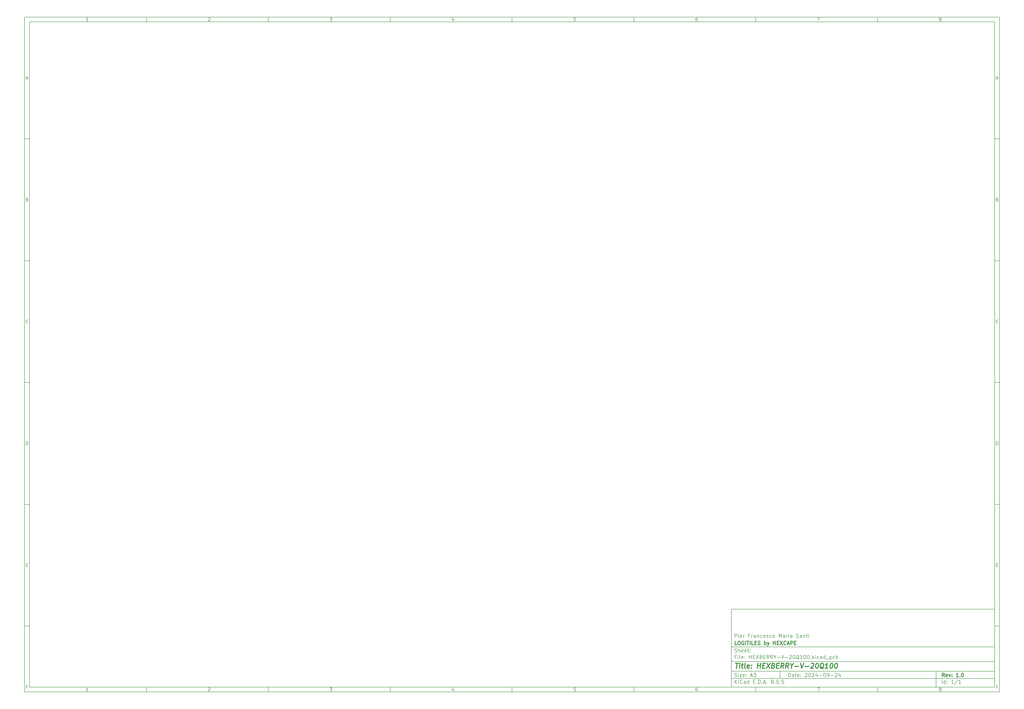
<source format=gbr>
%TF.GenerationSoftware,KiCad,Pcbnew,8.0.5-8.0.5-0~ubuntu24.04.1*%
%TF.CreationDate,2024-09-24T12:38:39+02:00*%
%TF.ProjectId,HEXBERRY-V-20Q100,48455842-4552-4525-992d-562d32305131,1.0*%
%TF.SameCoordinates,PX5f5e100PY5f5e100*%
%TF.FileFunction,Other,ECO2*%
%FSLAX46Y46*%
G04 Gerber Fmt 4.6, Leading zero omitted, Abs format (unit mm)*
G04 Created by KiCad (PCBNEW 8.0.5-8.0.5-0~ubuntu24.04.1) date 2024-09-24 12:38:39*
%MOMM*%
%LPD*%
G01*
G04 APERTURE LIST*
%ADD10C,0.100000*%
%ADD11C,0.150000*%
%ADD12C,0.300000*%
%ADD13C,0.400000*%
G04 APERTURE END LIST*
D10*
D11*
X199989000Y-153002200D02*
X307989000Y-153002200D01*
X307989000Y-185002200D01*
X199989000Y-185002200D01*
X199989000Y-153002200D01*
D10*
D11*
X-90000000Y90000000D02*
X309989000Y90000000D01*
X309989000Y-187002200D01*
X-90000000Y-187002200D01*
X-90000000Y90000000D01*
D10*
D11*
X-88000000Y88000000D02*
X307989000Y88000000D01*
X307989000Y-185002200D01*
X-88000000Y-185002200D01*
X-88000000Y88000000D01*
D10*
D11*
X-40000000Y88000000D02*
X-40000000Y90000000D01*
D10*
D11*
X10000000Y88000000D02*
X10000000Y90000000D01*
D10*
D11*
X60000000Y88000000D02*
X60000000Y90000000D01*
D10*
D11*
X110000000Y88000000D02*
X110000000Y90000000D01*
D10*
D11*
X160000000Y88000000D02*
X160000000Y90000000D01*
D10*
D11*
X210000000Y88000000D02*
X210000000Y90000000D01*
D10*
D11*
X260000000Y88000000D02*
X260000000Y90000000D01*
D10*
D11*
X-63910840Y88406396D02*
X-64653697Y88406396D01*
X-64282269Y88406396D02*
X-64282269Y89706396D01*
X-64282269Y89706396D02*
X-64406078Y89520681D01*
X-64406078Y89520681D02*
X-64529888Y89396872D01*
X-64529888Y89396872D02*
X-64653697Y89334967D01*
D10*
D11*
X-14653697Y89582586D02*
X-14591793Y89644491D01*
X-14591793Y89644491D02*
X-14467983Y89706396D01*
X-14467983Y89706396D02*
X-14158459Y89706396D01*
X-14158459Y89706396D02*
X-14034650Y89644491D01*
X-14034650Y89644491D02*
X-13972745Y89582586D01*
X-13972745Y89582586D02*
X-13910840Y89458777D01*
X-13910840Y89458777D02*
X-13910840Y89334967D01*
X-13910840Y89334967D02*
X-13972745Y89149253D01*
X-13972745Y89149253D02*
X-14715602Y88406396D01*
X-14715602Y88406396D02*
X-13910840Y88406396D01*
D10*
D11*
X35284398Y89706396D02*
X36089160Y89706396D01*
X36089160Y89706396D02*
X35655826Y89211158D01*
X35655826Y89211158D02*
X35841541Y89211158D01*
X35841541Y89211158D02*
X35965350Y89149253D01*
X35965350Y89149253D02*
X36027255Y89087348D01*
X36027255Y89087348D02*
X36089160Y88963539D01*
X36089160Y88963539D02*
X36089160Y88654015D01*
X36089160Y88654015D02*
X36027255Y88530205D01*
X36027255Y88530205D02*
X35965350Y88468300D01*
X35965350Y88468300D02*
X35841541Y88406396D01*
X35841541Y88406396D02*
X35470112Y88406396D01*
X35470112Y88406396D02*
X35346303Y88468300D01*
X35346303Y88468300D02*
X35284398Y88530205D01*
D10*
D11*
X85965350Y89273062D02*
X85965350Y88406396D01*
X85655826Y89768300D02*
X85346303Y88839729D01*
X85346303Y88839729D02*
X86151064Y88839729D01*
D10*
D11*
X136027255Y89706396D02*
X135408207Y89706396D01*
X135408207Y89706396D02*
X135346303Y89087348D01*
X135346303Y89087348D02*
X135408207Y89149253D01*
X135408207Y89149253D02*
X135532017Y89211158D01*
X135532017Y89211158D02*
X135841541Y89211158D01*
X135841541Y89211158D02*
X135965350Y89149253D01*
X135965350Y89149253D02*
X136027255Y89087348D01*
X136027255Y89087348D02*
X136089160Y88963539D01*
X136089160Y88963539D02*
X136089160Y88654015D01*
X136089160Y88654015D02*
X136027255Y88530205D01*
X136027255Y88530205D02*
X135965350Y88468300D01*
X135965350Y88468300D02*
X135841541Y88406396D01*
X135841541Y88406396D02*
X135532017Y88406396D01*
X135532017Y88406396D02*
X135408207Y88468300D01*
X135408207Y88468300D02*
X135346303Y88530205D01*
D10*
D11*
X185965350Y89706396D02*
X185717731Y89706396D01*
X185717731Y89706396D02*
X185593922Y89644491D01*
X185593922Y89644491D02*
X185532017Y89582586D01*
X185532017Y89582586D02*
X185408207Y89396872D01*
X185408207Y89396872D02*
X185346303Y89149253D01*
X185346303Y89149253D02*
X185346303Y88654015D01*
X185346303Y88654015D02*
X185408207Y88530205D01*
X185408207Y88530205D02*
X185470112Y88468300D01*
X185470112Y88468300D02*
X185593922Y88406396D01*
X185593922Y88406396D02*
X185841541Y88406396D01*
X185841541Y88406396D02*
X185965350Y88468300D01*
X185965350Y88468300D02*
X186027255Y88530205D01*
X186027255Y88530205D02*
X186089160Y88654015D01*
X186089160Y88654015D02*
X186089160Y88963539D01*
X186089160Y88963539D02*
X186027255Y89087348D01*
X186027255Y89087348D02*
X185965350Y89149253D01*
X185965350Y89149253D02*
X185841541Y89211158D01*
X185841541Y89211158D02*
X185593922Y89211158D01*
X185593922Y89211158D02*
X185470112Y89149253D01*
X185470112Y89149253D02*
X185408207Y89087348D01*
X185408207Y89087348D02*
X185346303Y88963539D01*
D10*
D11*
X235284398Y89706396D02*
X236151064Y89706396D01*
X236151064Y89706396D02*
X235593922Y88406396D01*
D10*
D11*
X285593922Y89149253D02*
X285470112Y89211158D01*
X285470112Y89211158D02*
X285408207Y89273062D01*
X285408207Y89273062D02*
X285346303Y89396872D01*
X285346303Y89396872D02*
X285346303Y89458777D01*
X285346303Y89458777D02*
X285408207Y89582586D01*
X285408207Y89582586D02*
X285470112Y89644491D01*
X285470112Y89644491D02*
X285593922Y89706396D01*
X285593922Y89706396D02*
X285841541Y89706396D01*
X285841541Y89706396D02*
X285965350Y89644491D01*
X285965350Y89644491D02*
X286027255Y89582586D01*
X286027255Y89582586D02*
X286089160Y89458777D01*
X286089160Y89458777D02*
X286089160Y89396872D01*
X286089160Y89396872D02*
X286027255Y89273062D01*
X286027255Y89273062D02*
X285965350Y89211158D01*
X285965350Y89211158D02*
X285841541Y89149253D01*
X285841541Y89149253D02*
X285593922Y89149253D01*
X285593922Y89149253D02*
X285470112Y89087348D01*
X285470112Y89087348D02*
X285408207Y89025443D01*
X285408207Y89025443D02*
X285346303Y88901634D01*
X285346303Y88901634D02*
X285346303Y88654015D01*
X285346303Y88654015D02*
X285408207Y88530205D01*
X285408207Y88530205D02*
X285470112Y88468300D01*
X285470112Y88468300D02*
X285593922Y88406396D01*
X285593922Y88406396D02*
X285841541Y88406396D01*
X285841541Y88406396D02*
X285965350Y88468300D01*
X285965350Y88468300D02*
X286027255Y88530205D01*
X286027255Y88530205D02*
X286089160Y88654015D01*
X286089160Y88654015D02*
X286089160Y88901634D01*
X286089160Y88901634D02*
X286027255Y89025443D01*
X286027255Y89025443D02*
X285965350Y89087348D01*
X285965350Y89087348D02*
X285841541Y89149253D01*
D10*
D11*
X-40000000Y-185002200D02*
X-40000000Y-187002200D01*
D10*
D11*
X10000000Y-185002200D02*
X10000000Y-187002200D01*
D10*
D11*
X60000000Y-185002200D02*
X60000000Y-187002200D01*
D10*
D11*
X110000000Y-185002200D02*
X110000000Y-187002200D01*
D10*
D11*
X160000000Y-185002200D02*
X160000000Y-187002200D01*
D10*
D11*
X210000000Y-185002200D02*
X210000000Y-187002200D01*
D10*
D11*
X260000000Y-185002200D02*
X260000000Y-187002200D01*
D10*
D11*
X-63910840Y-186595804D02*
X-64653697Y-186595804D01*
X-64282269Y-186595804D02*
X-64282269Y-185295804D01*
X-64282269Y-185295804D02*
X-64406078Y-185481519D01*
X-64406078Y-185481519D02*
X-64529888Y-185605328D01*
X-64529888Y-185605328D02*
X-64653697Y-185667233D01*
D10*
D11*
X-14653697Y-185419614D02*
X-14591793Y-185357709D01*
X-14591793Y-185357709D02*
X-14467983Y-185295804D01*
X-14467983Y-185295804D02*
X-14158459Y-185295804D01*
X-14158459Y-185295804D02*
X-14034650Y-185357709D01*
X-14034650Y-185357709D02*
X-13972745Y-185419614D01*
X-13972745Y-185419614D02*
X-13910840Y-185543423D01*
X-13910840Y-185543423D02*
X-13910840Y-185667233D01*
X-13910840Y-185667233D02*
X-13972745Y-185852947D01*
X-13972745Y-185852947D02*
X-14715602Y-186595804D01*
X-14715602Y-186595804D02*
X-13910840Y-186595804D01*
D10*
D11*
X35284398Y-185295804D02*
X36089160Y-185295804D01*
X36089160Y-185295804D02*
X35655826Y-185791042D01*
X35655826Y-185791042D02*
X35841541Y-185791042D01*
X35841541Y-185791042D02*
X35965350Y-185852947D01*
X35965350Y-185852947D02*
X36027255Y-185914852D01*
X36027255Y-185914852D02*
X36089160Y-186038661D01*
X36089160Y-186038661D02*
X36089160Y-186348185D01*
X36089160Y-186348185D02*
X36027255Y-186471995D01*
X36027255Y-186471995D02*
X35965350Y-186533900D01*
X35965350Y-186533900D02*
X35841541Y-186595804D01*
X35841541Y-186595804D02*
X35470112Y-186595804D01*
X35470112Y-186595804D02*
X35346303Y-186533900D01*
X35346303Y-186533900D02*
X35284398Y-186471995D01*
D10*
D11*
X85965350Y-185729138D02*
X85965350Y-186595804D01*
X85655826Y-185233900D02*
X85346303Y-186162471D01*
X85346303Y-186162471D02*
X86151064Y-186162471D01*
D10*
D11*
X136027255Y-185295804D02*
X135408207Y-185295804D01*
X135408207Y-185295804D02*
X135346303Y-185914852D01*
X135346303Y-185914852D02*
X135408207Y-185852947D01*
X135408207Y-185852947D02*
X135532017Y-185791042D01*
X135532017Y-185791042D02*
X135841541Y-185791042D01*
X135841541Y-185791042D02*
X135965350Y-185852947D01*
X135965350Y-185852947D02*
X136027255Y-185914852D01*
X136027255Y-185914852D02*
X136089160Y-186038661D01*
X136089160Y-186038661D02*
X136089160Y-186348185D01*
X136089160Y-186348185D02*
X136027255Y-186471995D01*
X136027255Y-186471995D02*
X135965350Y-186533900D01*
X135965350Y-186533900D02*
X135841541Y-186595804D01*
X135841541Y-186595804D02*
X135532017Y-186595804D01*
X135532017Y-186595804D02*
X135408207Y-186533900D01*
X135408207Y-186533900D02*
X135346303Y-186471995D01*
D10*
D11*
X185965350Y-185295804D02*
X185717731Y-185295804D01*
X185717731Y-185295804D02*
X185593922Y-185357709D01*
X185593922Y-185357709D02*
X185532017Y-185419614D01*
X185532017Y-185419614D02*
X185408207Y-185605328D01*
X185408207Y-185605328D02*
X185346303Y-185852947D01*
X185346303Y-185852947D02*
X185346303Y-186348185D01*
X185346303Y-186348185D02*
X185408207Y-186471995D01*
X185408207Y-186471995D02*
X185470112Y-186533900D01*
X185470112Y-186533900D02*
X185593922Y-186595804D01*
X185593922Y-186595804D02*
X185841541Y-186595804D01*
X185841541Y-186595804D02*
X185965350Y-186533900D01*
X185965350Y-186533900D02*
X186027255Y-186471995D01*
X186027255Y-186471995D02*
X186089160Y-186348185D01*
X186089160Y-186348185D02*
X186089160Y-186038661D01*
X186089160Y-186038661D02*
X186027255Y-185914852D01*
X186027255Y-185914852D02*
X185965350Y-185852947D01*
X185965350Y-185852947D02*
X185841541Y-185791042D01*
X185841541Y-185791042D02*
X185593922Y-185791042D01*
X185593922Y-185791042D02*
X185470112Y-185852947D01*
X185470112Y-185852947D02*
X185408207Y-185914852D01*
X185408207Y-185914852D02*
X185346303Y-186038661D01*
D10*
D11*
X235284398Y-185295804D02*
X236151064Y-185295804D01*
X236151064Y-185295804D02*
X235593922Y-186595804D01*
D10*
D11*
X285593922Y-185852947D02*
X285470112Y-185791042D01*
X285470112Y-185791042D02*
X285408207Y-185729138D01*
X285408207Y-185729138D02*
X285346303Y-185605328D01*
X285346303Y-185605328D02*
X285346303Y-185543423D01*
X285346303Y-185543423D02*
X285408207Y-185419614D01*
X285408207Y-185419614D02*
X285470112Y-185357709D01*
X285470112Y-185357709D02*
X285593922Y-185295804D01*
X285593922Y-185295804D02*
X285841541Y-185295804D01*
X285841541Y-185295804D02*
X285965350Y-185357709D01*
X285965350Y-185357709D02*
X286027255Y-185419614D01*
X286027255Y-185419614D02*
X286089160Y-185543423D01*
X286089160Y-185543423D02*
X286089160Y-185605328D01*
X286089160Y-185605328D02*
X286027255Y-185729138D01*
X286027255Y-185729138D02*
X285965350Y-185791042D01*
X285965350Y-185791042D02*
X285841541Y-185852947D01*
X285841541Y-185852947D02*
X285593922Y-185852947D01*
X285593922Y-185852947D02*
X285470112Y-185914852D01*
X285470112Y-185914852D02*
X285408207Y-185976757D01*
X285408207Y-185976757D02*
X285346303Y-186100566D01*
X285346303Y-186100566D02*
X285346303Y-186348185D01*
X285346303Y-186348185D02*
X285408207Y-186471995D01*
X285408207Y-186471995D02*
X285470112Y-186533900D01*
X285470112Y-186533900D02*
X285593922Y-186595804D01*
X285593922Y-186595804D02*
X285841541Y-186595804D01*
X285841541Y-186595804D02*
X285965350Y-186533900D01*
X285965350Y-186533900D02*
X286027255Y-186471995D01*
X286027255Y-186471995D02*
X286089160Y-186348185D01*
X286089160Y-186348185D02*
X286089160Y-186100566D01*
X286089160Y-186100566D02*
X286027255Y-185976757D01*
X286027255Y-185976757D02*
X285965350Y-185914852D01*
X285965350Y-185914852D02*
X285841541Y-185852947D01*
D10*
D11*
X-90000000Y40000000D02*
X-88000000Y40000000D01*
D10*
D11*
X-90000000Y-10000000D02*
X-88000000Y-10000000D01*
D10*
D11*
X-90000000Y-60000000D02*
X-88000000Y-60000000D01*
D10*
D11*
X-90000000Y-110000000D02*
X-88000000Y-110000000D01*
D10*
D11*
X-90000000Y-160000000D02*
X-88000000Y-160000000D01*
D10*
D11*
X-89309524Y64777824D02*
X-88690477Y64777824D01*
X-89433334Y64406396D02*
X-89000001Y65706396D01*
X-89000001Y65706396D02*
X-88566667Y64406396D01*
D10*
D11*
X-88907143Y15087348D02*
X-88721429Y15025443D01*
X-88721429Y15025443D02*
X-88659524Y14963539D01*
X-88659524Y14963539D02*
X-88597620Y14839729D01*
X-88597620Y14839729D02*
X-88597620Y14654015D01*
X-88597620Y14654015D02*
X-88659524Y14530205D01*
X-88659524Y14530205D02*
X-88721429Y14468300D01*
X-88721429Y14468300D02*
X-88845239Y14406396D01*
X-88845239Y14406396D02*
X-89340477Y14406396D01*
X-89340477Y14406396D02*
X-89340477Y15706396D01*
X-89340477Y15706396D02*
X-88907143Y15706396D01*
X-88907143Y15706396D02*
X-88783334Y15644491D01*
X-88783334Y15644491D02*
X-88721429Y15582586D01*
X-88721429Y15582586D02*
X-88659524Y15458777D01*
X-88659524Y15458777D02*
X-88659524Y15334967D01*
X-88659524Y15334967D02*
X-88721429Y15211158D01*
X-88721429Y15211158D02*
X-88783334Y15149253D01*
X-88783334Y15149253D02*
X-88907143Y15087348D01*
X-88907143Y15087348D02*
X-89340477Y15087348D01*
D10*
D11*
X-88597620Y-35469795D02*
X-88659524Y-35531700D01*
X-88659524Y-35531700D02*
X-88845239Y-35593604D01*
X-88845239Y-35593604D02*
X-88969048Y-35593604D01*
X-88969048Y-35593604D02*
X-89154762Y-35531700D01*
X-89154762Y-35531700D02*
X-89278572Y-35407890D01*
X-89278572Y-35407890D02*
X-89340477Y-35284080D01*
X-89340477Y-35284080D02*
X-89402381Y-35036461D01*
X-89402381Y-35036461D02*
X-89402381Y-34850747D01*
X-89402381Y-34850747D02*
X-89340477Y-34603128D01*
X-89340477Y-34603128D02*
X-89278572Y-34479319D01*
X-89278572Y-34479319D02*
X-89154762Y-34355509D01*
X-89154762Y-34355509D02*
X-88969048Y-34293604D01*
X-88969048Y-34293604D02*
X-88845239Y-34293604D01*
X-88845239Y-34293604D02*
X-88659524Y-34355509D01*
X-88659524Y-34355509D02*
X-88597620Y-34417414D01*
D10*
D11*
X-89340477Y-85593604D02*
X-89340477Y-84293604D01*
X-89340477Y-84293604D02*
X-89030953Y-84293604D01*
X-89030953Y-84293604D02*
X-88845239Y-84355509D01*
X-88845239Y-84355509D02*
X-88721429Y-84479319D01*
X-88721429Y-84479319D02*
X-88659524Y-84603128D01*
X-88659524Y-84603128D02*
X-88597620Y-84850747D01*
X-88597620Y-84850747D02*
X-88597620Y-85036461D01*
X-88597620Y-85036461D02*
X-88659524Y-85284080D01*
X-88659524Y-85284080D02*
X-88721429Y-85407890D01*
X-88721429Y-85407890D02*
X-88845239Y-85531700D01*
X-88845239Y-85531700D02*
X-89030953Y-85593604D01*
X-89030953Y-85593604D02*
X-89340477Y-85593604D01*
D10*
D11*
X-89278572Y-134912652D02*
X-88845238Y-134912652D01*
X-88659524Y-135593604D02*
X-89278572Y-135593604D01*
X-89278572Y-135593604D02*
X-89278572Y-134293604D01*
X-89278572Y-134293604D02*
X-88659524Y-134293604D01*
D10*
D11*
X-88814286Y-184912652D02*
X-89247620Y-184912652D01*
X-89247620Y-185593604D02*
X-89247620Y-184293604D01*
X-89247620Y-184293604D02*
X-88628572Y-184293604D01*
D10*
D11*
X309989000Y40000000D02*
X307989000Y40000000D01*
D10*
D11*
X309989000Y-10000000D02*
X307989000Y-10000000D01*
D10*
D11*
X309989000Y-60000000D02*
X307989000Y-60000000D01*
D10*
D11*
X309989000Y-110000000D02*
X307989000Y-110000000D01*
D10*
D11*
X309989000Y-160000000D02*
X307989000Y-160000000D01*
D10*
D11*
X308679476Y64777824D02*
X309298523Y64777824D01*
X308555666Y64406396D02*
X308988999Y65706396D01*
X308988999Y65706396D02*
X309422333Y64406396D01*
D10*
D11*
X309081857Y15087348D02*
X309267571Y15025443D01*
X309267571Y15025443D02*
X309329476Y14963539D01*
X309329476Y14963539D02*
X309391380Y14839729D01*
X309391380Y14839729D02*
X309391380Y14654015D01*
X309391380Y14654015D02*
X309329476Y14530205D01*
X309329476Y14530205D02*
X309267571Y14468300D01*
X309267571Y14468300D02*
X309143761Y14406396D01*
X309143761Y14406396D02*
X308648523Y14406396D01*
X308648523Y14406396D02*
X308648523Y15706396D01*
X308648523Y15706396D02*
X309081857Y15706396D01*
X309081857Y15706396D02*
X309205666Y15644491D01*
X309205666Y15644491D02*
X309267571Y15582586D01*
X309267571Y15582586D02*
X309329476Y15458777D01*
X309329476Y15458777D02*
X309329476Y15334967D01*
X309329476Y15334967D02*
X309267571Y15211158D01*
X309267571Y15211158D02*
X309205666Y15149253D01*
X309205666Y15149253D02*
X309081857Y15087348D01*
X309081857Y15087348D02*
X308648523Y15087348D01*
D10*
D11*
X309391380Y-35469795D02*
X309329476Y-35531700D01*
X309329476Y-35531700D02*
X309143761Y-35593604D01*
X309143761Y-35593604D02*
X309019952Y-35593604D01*
X309019952Y-35593604D02*
X308834238Y-35531700D01*
X308834238Y-35531700D02*
X308710428Y-35407890D01*
X308710428Y-35407890D02*
X308648523Y-35284080D01*
X308648523Y-35284080D02*
X308586619Y-35036461D01*
X308586619Y-35036461D02*
X308586619Y-34850747D01*
X308586619Y-34850747D02*
X308648523Y-34603128D01*
X308648523Y-34603128D02*
X308710428Y-34479319D01*
X308710428Y-34479319D02*
X308834238Y-34355509D01*
X308834238Y-34355509D02*
X309019952Y-34293604D01*
X309019952Y-34293604D02*
X309143761Y-34293604D01*
X309143761Y-34293604D02*
X309329476Y-34355509D01*
X309329476Y-34355509D02*
X309391380Y-34417414D01*
D10*
D11*
X308648523Y-85593604D02*
X308648523Y-84293604D01*
X308648523Y-84293604D02*
X308958047Y-84293604D01*
X308958047Y-84293604D02*
X309143761Y-84355509D01*
X309143761Y-84355509D02*
X309267571Y-84479319D01*
X309267571Y-84479319D02*
X309329476Y-84603128D01*
X309329476Y-84603128D02*
X309391380Y-84850747D01*
X309391380Y-84850747D02*
X309391380Y-85036461D01*
X309391380Y-85036461D02*
X309329476Y-85284080D01*
X309329476Y-85284080D02*
X309267571Y-85407890D01*
X309267571Y-85407890D02*
X309143761Y-85531700D01*
X309143761Y-85531700D02*
X308958047Y-85593604D01*
X308958047Y-85593604D02*
X308648523Y-85593604D01*
D10*
D11*
X308710428Y-134912652D02*
X309143762Y-134912652D01*
X309329476Y-135593604D02*
X308710428Y-135593604D01*
X308710428Y-135593604D02*
X308710428Y-134293604D01*
X308710428Y-134293604D02*
X309329476Y-134293604D01*
D10*
D11*
X309174714Y-184912652D02*
X308741380Y-184912652D01*
X308741380Y-185593604D02*
X308741380Y-184293604D01*
X308741380Y-184293604D02*
X309360428Y-184293604D01*
D10*
D11*
X223444826Y-180788328D02*
X223444826Y-179288328D01*
X223444826Y-179288328D02*
X223801969Y-179288328D01*
X223801969Y-179288328D02*
X224016255Y-179359757D01*
X224016255Y-179359757D02*
X224159112Y-179502614D01*
X224159112Y-179502614D02*
X224230541Y-179645471D01*
X224230541Y-179645471D02*
X224301969Y-179931185D01*
X224301969Y-179931185D02*
X224301969Y-180145471D01*
X224301969Y-180145471D02*
X224230541Y-180431185D01*
X224230541Y-180431185D02*
X224159112Y-180574042D01*
X224159112Y-180574042D02*
X224016255Y-180716900D01*
X224016255Y-180716900D02*
X223801969Y-180788328D01*
X223801969Y-180788328D02*
X223444826Y-180788328D01*
X225587684Y-180788328D02*
X225587684Y-180002614D01*
X225587684Y-180002614D02*
X225516255Y-179859757D01*
X225516255Y-179859757D02*
X225373398Y-179788328D01*
X225373398Y-179788328D02*
X225087684Y-179788328D01*
X225087684Y-179788328D02*
X224944826Y-179859757D01*
X225587684Y-180716900D02*
X225444826Y-180788328D01*
X225444826Y-180788328D02*
X225087684Y-180788328D01*
X225087684Y-180788328D02*
X224944826Y-180716900D01*
X224944826Y-180716900D02*
X224873398Y-180574042D01*
X224873398Y-180574042D02*
X224873398Y-180431185D01*
X224873398Y-180431185D02*
X224944826Y-180288328D01*
X224944826Y-180288328D02*
X225087684Y-180216900D01*
X225087684Y-180216900D02*
X225444826Y-180216900D01*
X225444826Y-180216900D02*
X225587684Y-180145471D01*
X226087684Y-179788328D02*
X226659112Y-179788328D01*
X226301969Y-179288328D02*
X226301969Y-180574042D01*
X226301969Y-180574042D02*
X226373398Y-180716900D01*
X226373398Y-180716900D02*
X226516255Y-180788328D01*
X226516255Y-180788328D02*
X226659112Y-180788328D01*
X227730541Y-180716900D02*
X227587684Y-180788328D01*
X227587684Y-180788328D02*
X227301970Y-180788328D01*
X227301970Y-180788328D02*
X227159112Y-180716900D01*
X227159112Y-180716900D02*
X227087684Y-180574042D01*
X227087684Y-180574042D02*
X227087684Y-180002614D01*
X227087684Y-180002614D02*
X227159112Y-179859757D01*
X227159112Y-179859757D02*
X227301970Y-179788328D01*
X227301970Y-179788328D02*
X227587684Y-179788328D01*
X227587684Y-179788328D02*
X227730541Y-179859757D01*
X227730541Y-179859757D02*
X227801970Y-180002614D01*
X227801970Y-180002614D02*
X227801970Y-180145471D01*
X227801970Y-180145471D02*
X227087684Y-180288328D01*
X228444826Y-180645471D02*
X228516255Y-180716900D01*
X228516255Y-180716900D02*
X228444826Y-180788328D01*
X228444826Y-180788328D02*
X228373398Y-180716900D01*
X228373398Y-180716900D02*
X228444826Y-180645471D01*
X228444826Y-180645471D02*
X228444826Y-180788328D01*
X228444826Y-179859757D02*
X228516255Y-179931185D01*
X228516255Y-179931185D02*
X228444826Y-180002614D01*
X228444826Y-180002614D02*
X228373398Y-179931185D01*
X228373398Y-179931185D02*
X228444826Y-179859757D01*
X228444826Y-179859757D02*
X228444826Y-180002614D01*
X230230541Y-179431185D02*
X230301969Y-179359757D01*
X230301969Y-179359757D02*
X230444827Y-179288328D01*
X230444827Y-179288328D02*
X230801969Y-179288328D01*
X230801969Y-179288328D02*
X230944827Y-179359757D01*
X230944827Y-179359757D02*
X231016255Y-179431185D01*
X231016255Y-179431185D02*
X231087684Y-179574042D01*
X231087684Y-179574042D02*
X231087684Y-179716900D01*
X231087684Y-179716900D02*
X231016255Y-179931185D01*
X231016255Y-179931185D02*
X230159112Y-180788328D01*
X230159112Y-180788328D02*
X231087684Y-180788328D01*
X232016255Y-179288328D02*
X232159112Y-179288328D01*
X232159112Y-179288328D02*
X232301969Y-179359757D01*
X232301969Y-179359757D02*
X232373398Y-179431185D01*
X232373398Y-179431185D02*
X232444826Y-179574042D01*
X232444826Y-179574042D02*
X232516255Y-179859757D01*
X232516255Y-179859757D02*
X232516255Y-180216900D01*
X232516255Y-180216900D02*
X232444826Y-180502614D01*
X232444826Y-180502614D02*
X232373398Y-180645471D01*
X232373398Y-180645471D02*
X232301969Y-180716900D01*
X232301969Y-180716900D02*
X232159112Y-180788328D01*
X232159112Y-180788328D02*
X232016255Y-180788328D01*
X232016255Y-180788328D02*
X231873398Y-180716900D01*
X231873398Y-180716900D02*
X231801969Y-180645471D01*
X231801969Y-180645471D02*
X231730540Y-180502614D01*
X231730540Y-180502614D02*
X231659112Y-180216900D01*
X231659112Y-180216900D02*
X231659112Y-179859757D01*
X231659112Y-179859757D02*
X231730540Y-179574042D01*
X231730540Y-179574042D02*
X231801969Y-179431185D01*
X231801969Y-179431185D02*
X231873398Y-179359757D01*
X231873398Y-179359757D02*
X232016255Y-179288328D01*
X233087683Y-179431185D02*
X233159111Y-179359757D01*
X233159111Y-179359757D02*
X233301969Y-179288328D01*
X233301969Y-179288328D02*
X233659111Y-179288328D01*
X233659111Y-179288328D02*
X233801969Y-179359757D01*
X233801969Y-179359757D02*
X233873397Y-179431185D01*
X233873397Y-179431185D02*
X233944826Y-179574042D01*
X233944826Y-179574042D02*
X233944826Y-179716900D01*
X233944826Y-179716900D02*
X233873397Y-179931185D01*
X233873397Y-179931185D02*
X233016254Y-180788328D01*
X233016254Y-180788328D02*
X233944826Y-180788328D01*
X235230540Y-179788328D02*
X235230540Y-180788328D01*
X234873397Y-179216900D02*
X234516254Y-180288328D01*
X234516254Y-180288328D02*
X235444825Y-180288328D01*
X236016253Y-180216900D02*
X237159111Y-180216900D01*
X238159111Y-179288328D02*
X238301968Y-179288328D01*
X238301968Y-179288328D02*
X238444825Y-179359757D01*
X238444825Y-179359757D02*
X238516254Y-179431185D01*
X238516254Y-179431185D02*
X238587682Y-179574042D01*
X238587682Y-179574042D02*
X238659111Y-179859757D01*
X238659111Y-179859757D02*
X238659111Y-180216900D01*
X238659111Y-180216900D02*
X238587682Y-180502614D01*
X238587682Y-180502614D02*
X238516254Y-180645471D01*
X238516254Y-180645471D02*
X238444825Y-180716900D01*
X238444825Y-180716900D02*
X238301968Y-180788328D01*
X238301968Y-180788328D02*
X238159111Y-180788328D01*
X238159111Y-180788328D02*
X238016254Y-180716900D01*
X238016254Y-180716900D02*
X237944825Y-180645471D01*
X237944825Y-180645471D02*
X237873396Y-180502614D01*
X237873396Y-180502614D02*
X237801968Y-180216900D01*
X237801968Y-180216900D02*
X237801968Y-179859757D01*
X237801968Y-179859757D02*
X237873396Y-179574042D01*
X237873396Y-179574042D02*
X237944825Y-179431185D01*
X237944825Y-179431185D02*
X238016254Y-179359757D01*
X238016254Y-179359757D02*
X238159111Y-179288328D01*
X239373396Y-180788328D02*
X239659110Y-180788328D01*
X239659110Y-180788328D02*
X239801967Y-180716900D01*
X239801967Y-180716900D02*
X239873396Y-180645471D01*
X239873396Y-180645471D02*
X240016253Y-180431185D01*
X240016253Y-180431185D02*
X240087682Y-180145471D01*
X240087682Y-180145471D02*
X240087682Y-179574042D01*
X240087682Y-179574042D02*
X240016253Y-179431185D01*
X240016253Y-179431185D02*
X239944825Y-179359757D01*
X239944825Y-179359757D02*
X239801967Y-179288328D01*
X239801967Y-179288328D02*
X239516253Y-179288328D01*
X239516253Y-179288328D02*
X239373396Y-179359757D01*
X239373396Y-179359757D02*
X239301967Y-179431185D01*
X239301967Y-179431185D02*
X239230539Y-179574042D01*
X239230539Y-179574042D02*
X239230539Y-179931185D01*
X239230539Y-179931185D02*
X239301967Y-180074042D01*
X239301967Y-180074042D02*
X239373396Y-180145471D01*
X239373396Y-180145471D02*
X239516253Y-180216900D01*
X239516253Y-180216900D02*
X239801967Y-180216900D01*
X239801967Y-180216900D02*
X239944825Y-180145471D01*
X239944825Y-180145471D02*
X240016253Y-180074042D01*
X240016253Y-180074042D02*
X240087682Y-179931185D01*
X240730538Y-180216900D02*
X241873396Y-180216900D01*
X242516253Y-179431185D02*
X242587681Y-179359757D01*
X242587681Y-179359757D02*
X242730539Y-179288328D01*
X242730539Y-179288328D02*
X243087681Y-179288328D01*
X243087681Y-179288328D02*
X243230539Y-179359757D01*
X243230539Y-179359757D02*
X243301967Y-179431185D01*
X243301967Y-179431185D02*
X243373396Y-179574042D01*
X243373396Y-179574042D02*
X243373396Y-179716900D01*
X243373396Y-179716900D02*
X243301967Y-179931185D01*
X243301967Y-179931185D02*
X242444824Y-180788328D01*
X242444824Y-180788328D02*
X243373396Y-180788328D01*
X244659110Y-179788328D02*
X244659110Y-180788328D01*
X244301967Y-179216900D02*
X243944824Y-180288328D01*
X243944824Y-180288328D02*
X244873395Y-180288328D01*
D10*
D11*
X199989000Y-181502200D02*
X307989000Y-181502200D01*
D10*
D11*
X201444826Y-183588328D02*
X201444826Y-182088328D01*
X202301969Y-183588328D02*
X201659112Y-182731185D01*
X202301969Y-182088328D02*
X201444826Y-182945471D01*
X202944826Y-183588328D02*
X202944826Y-182588328D01*
X202944826Y-182088328D02*
X202873398Y-182159757D01*
X202873398Y-182159757D02*
X202944826Y-182231185D01*
X202944826Y-182231185D02*
X203016255Y-182159757D01*
X203016255Y-182159757D02*
X202944826Y-182088328D01*
X202944826Y-182088328D02*
X202944826Y-182231185D01*
X204516255Y-183445471D02*
X204444827Y-183516900D01*
X204444827Y-183516900D02*
X204230541Y-183588328D01*
X204230541Y-183588328D02*
X204087684Y-183588328D01*
X204087684Y-183588328D02*
X203873398Y-183516900D01*
X203873398Y-183516900D02*
X203730541Y-183374042D01*
X203730541Y-183374042D02*
X203659112Y-183231185D01*
X203659112Y-183231185D02*
X203587684Y-182945471D01*
X203587684Y-182945471D02*
X203587684Y-182731185D01*
X203587684Y-182731185D02*
X203659112Y-182445471D01*
X203659112Y-182445471D02*
X203730541Y-182302614D01*
X203730541Y-182302614D02*
X203873398Y-182159757D01*
X203873398Y-182159757D02*
X204087684Y-182088328D01*
X204087684Y-182088328D02*
X204230541Y-182088328D01*
X204230541Y-182088328D02*
X204444827Y-182159757D01*
X204444827Y-182159757D02*
X204516255Y-182231185D01*
X205801970Y-183588328D02*
X205801970Y-182802614D01*
X205801970Y-182802614D02*
X205730541Y-182659757D01*
X205730541Y-182659757D02*
X205587684Y-182588328D01*
X205587684Y-182588328D02*
X205301970Y-182588328D01*
X205301970Y-182588328D02*
X205159112Y-182659757D01*
X205801970Y-183516900D02*
X205659112Y-183588328D01*
X205659112Y-183588328D02*
X205301970Y-183588328D01*
X205301970Y-183588328D02*
X205159112Y-183516900D01*
X205159112Y-183516900D02*
X205087684Y-183374042D01*
X205087684Y-183374042D02*
X205087684Y-183231185D01*
X205087684Y-183231185D02*
X205159112Y-183088328D01*
X205159112Y-183088328D02*
X205301970Y-183016900D01*
X205301970Y-183016900D02*
X205659112Y-183016900D01*
X205659112Y-183016900D02*
X205801970Y-182945471D01*
X207159113Y-183588328D02*
X207159113Y-182088328D01*
X207159113Y-183516900D02*
X207016255Y-183588328D01*
X207016255Y-183588328D02*
X206730541Y-183588328D01*
X206730541Y-183588328D02*
X206587684Y-183516900D01*
X206587684Y-183516900D02*
X206516255Y-183445471D01*
X206516255Y-183445471D02*
X206444827Y-183302614D01*
X206444827Y-183302614D02*
X206444827Y-182874042D01*
X206444827Y-182874042D02*
X206516255Y-182731185D01*
X206516255Y-182731185D02*
X206587684Y-182659757D01*
X206587684Y-182659757D02*
X206730541Y-182588328D01*
X206730541Y-182588328D02*
X207016255Y-182588328D01*
X207016255Y-182588328D02*
X207159113Y-182659757D01*
X209016255Y-182802614D02*
X209516255Y-182802614D01*
X209730541Y-183588328D02*
X209016255Y-183588328D01*
X209016255Y-183588328D02*
X209016255Y-182088328D01*
X209016255Y-182088328D02*
X209730541Y-182088328D01*
X210373398Y-183445471D02*
X210444827Y-183516900D01*
X210444827Y-183516900D02*
X210373398Y-183588328D01*
X210373398Y-183588328D02*
X210301970Y-183516900D01*
X210301970Y-183516900D02*
X210373398Y-183445471D01*
X210373398Y-183445471D02*
X210373398Y-183588328D01*
X211087684Y-183588328D02*
X211087684Y-182088328D01*
X211087684Y-182088328D02*
X211444827Y-182088328D01*
X211444827Y-182088328D02*
X211659113Y-182159757D01*
X211659113Y-182159757D02*
X211801970Y-182302614D01*
X211801970Y-182302614D02*
X211873399Y-182445471D01*
X211873399Y-182445471D02*
X211944827Y-182731185D01*
X211944827Y-182731185D02*
X211944827Y-182945471D01*
X211944827Y-182945471D02*
X211873399Y-183231185D01*
X211873399Y-183231185D02*
X211801970Y-183374042D01*
X211801970Y-183374042D02*
X211659113Y-183516900D01*
X211659113Y-183516900D02*
X211444827Y-183588328D01*
X211444827Y-183588328D02*
X211087684Y-183588328D01*
X212587684Y-183445471D02*
X212659113Y-183516900D01*
X212659113Y-183516900D02*
X212587684Y-183588328D01*
X212587684Y-183588328D02*
X212516256Y-183516900D01*
X212516256Y-183516900D02*
X212587684Y-183445471D01*
X212587684Y-183445471D02*
X212587684Y-183588328D01*
X213230542Y-183159757D02*
X213944828Y-183159757D01*
X213087685Y-183588328D02*
X213587685Y-182088328D01*
X213587685Y-182088328D02*
X214087685Y-183588328D01*
X214587684Y-183445471D02*
X214659113Y-183516900D01*
X214659113Y-183516900D02*
X214587684Y-183588328D01*
X214587684Y-183588328D02*
X214516256Y-183516900D01*
X214516256Y-183516900D02*
X214587684Y-183445471D01*
X214587684Y-183445471D02*
X214587684Y-183588328D01*
X216659113Y-182731185D02*
X216516256Y-182659757D01*
X216516256Y-182659757D02*
X216444827Y-182588328D01*
X216444827Y-182588328D02*
X216373399Y-182445471D01*
X216373399Y-182445471D02*
X216373399Y-182374042D01*
X216373399Y-182374042D02*
X216444827Y-182231185D01*
X216444827Y-182231185D02*
X216516256Y-182159757D01*
X216516256Y-182159757D02*
X216659113Y-182088328D01*
X216659113Y-182088328D02*
X216944827Y-182088328D01*
X216944827Y-182088328D02*
X217087685Y-182159757D01*
X217087685Y-182159757D02*
X217159113Y-182231185D01*
X217159113Y-182231185D02*
X217230542Y-182374042D01*
X217230542Y-182374042D02*
X217230542Y-182445471D01*
X217230542Y-182445471D02*
X217159113Y-182588328D01*
X217159113Y-182588328D02*
X217087685Y-182659757D01*
X217087685Y-182659757D02*
X216944827Y-182731185D01*
X216944827Y-182731185D02*
X216659113Y-182731185D01*
X216659113Y-182731185D02*
X216516256Y-182802614D01*
X216516256Y-182802614D02*
X216444827Y-182874042D01*
X216444827Y-182874042D02*
X216373399Y-183016900D01*
X216373399Y-183016900D02*
X216373399Y-183302614D01*
X216373399Y-183302614D02*
X216444827Y-183445471D01*
X216444827Y-183445471D02*
X216516256Y-183516900D01*
X216516256Y-183516900D02*
X216659113Y-183588328D01*
X216659113Y-183588328D02*
X216944827Y-183588328D01*
X216944827Y-183588328D02*
X217087685Y-183516900D01*
X217087685Y-183516900D02*
X217159113Y-183445471D01*
X217159113Y-183445471D02*
X217230542Y-183302614D01*
X217230542Y-183302614D02*
X217230542Y-183016900D01*
X217230542Y-183016900D02*
X217159113Y-182874042D01*
X217159113Y-182874042D02*
X217087685Y-182802614D01*
X217087685Y-182802614D02*
X216944827Y-182731185D01*
X217873398Y-183445471D02*
X217944827Y-183516900D01*
X217944827Y-183516900D02*
X217873398Y-183588328D01*
X217873398Y-183588328D02*
X217801970Y-183516900D01*
X217801970Y-183516900D02*
X217873398Y-183445471D01*
X217873398Y-183445471D02*
X217873398Y-183588328D01*
X218873399Y-182088328D02*
X219016256Y-182088328D01*
X219016256Y-182088328D02*
X219159113Y-182159757D01*
X219159113Y-182159757D02*
X219230542Y-182231185D01*
X219230542Y-182231185D02*
X219301970Y-182374042D01*
X219301970Y-182374042D02*
X219373399Y-182659757D01*
X219373399Y-182659757D02*
X219373399Y-183016900D01*
X219373399Y-183016900D02*
X219301970Y-183302614D01*
X219301970Y-183302614D02*
X219230542Y-183445471D01*
X219230542Y-183445471D02*
X219159113Y-183516900D01*
X219159113Y-183516900D02*
X219016256Y-183588328D01*
X219016256Y-183588328D02*
X218873399Y-183588328D01*
X218873399Y-183588328D02*
X218730542Y-183516900D01*
X218730542Y-183516900D02*
X218659113Y-183445471D01*
X218659113Y-183445471D02*
X218587684Y-183302614D01*
X218587684Y-183302614D02*
X218516256Y-183016900D01*
X218516256Y-183016900D02*
X218516256Y-182659757D01*
X218516256Y-182659757D02*
X218587684Y-182374042D01*
X218587684Y-182374042D02*
X218659113Y-182231185D01*
X218659113Y-182231185D02*
X218730542Y-182159757D01*
X218730542Y-182159757D02*
X218873399Y-182088328D01*
X220016255Y-183445471D02*
X220087684Y-183516900D01*
X220087684Y-183516900D02*
X220016255Y-183588328D01*
X220016255Y-183588328D02*
X219944827Y-183516900D01*
X219944827Y-183516900D02*
X220016255Y-183445471D01*
X220016255Y-183445471D02*
X220016255Y-183588328D01*
X221444827Y-182088328D02*
X220730541Y-182088328D01*
X220730541Y-182088328D02*
X220659113Y-182802614D01*
X220659113Y-182802614D02*
X220730541Y-182731185D01*
X220730541Y-182731185D02*
X220873399Y-182659757D01*
X220873399Y-182659757D02*
X221230541Y-182659757D01*
X221230541Y-182659757D02*
X221373399Y-182731185D01*
X221373399Y-182731185D02*
X221444827Y-182802614D01*
X221444827Y-182802614D02*
X221516256Y-182945471D01*
X221516256Y-182945471D02*
X221516256Y-183302614D01*
X221516256Y-183302614D02*
X221444827Y-183445471D01*
X221444827Y-183445471D02*
X221373399Y-183516900D01*
X221373399Y-183516900D02*
X221230541Y-183588328D01*
X221230541Y-183588328D02*
X220873399Y-183588328D01*
X220873399Y-183588328D02*
X220730541Y-183516900D01*
X220730541Y-183516900D02*
X220659113Y-183445471D01*
D10*
D11*
X199989000Y-178502200D02*
X307989000Y-178502200D01*
D10*
D12*
X287400653Y-180780528D02*
X286900653Y-180066242D01*
X286543510Y-180780528D02*
X286543510Y-179280528D01*
X286543510Y-179280528D02*
X287114939Y-179280528D01*
X287114939Y-179280528D02*
X287257796Y-179351957D01*
X287257796Y-179351957D02*
X287329225Y-179423385D01*
X287329225Y-179423385D02*
X287400653Y-179566242D01*
X287400653Y-179566242D02*
X287400653Y-179780528D01*
X287400653Y-179780528D02*
X287329225Y-179923385D01*
X287329225Y-179923385D02*
X287257796Y-179994814D01*
X287257796Y-179994814D02*
X287114939Y-180066242D01*
X287114939Y-180066242D02*
X286543510Y-180066242D01*
X288614939Y-180709100D02*
X288472082Y-180780528D01*
X288472082Y-180780528D02*
X288186368Y-180780528D01*
X288186368Y-180780528D02*
X288043510Y-180709100D01*
X288043510Y-180709100D02*
X287972082Y-180566242D01*
X287972082Y-180566242D02*
X287972082Y-179994814D01*
X287972082Y-179994814D02*
X288043510Y-179851957D01*
X288043510Y-179851957D02*
X288186368Y-179780528D01*
X288186368Y-179780528D02*
X288472082Y-179780528D01*
X288472082Y-179780528D02*
X288614939Y-179851957D01*
X288614939Y-179851957D02*
X288686368Y-179994814D01*
X288686368Y-179994814D02*
X288686368Y-180137671D01*
X288686368Y-180137671D02*
X287972082Y-180280528D01*
X289186367Y-179780528D02*
X289543510Y-180780528D01*
X289543510Y-180780528D02*
X289900653Y-179780528D01*
X290472081Y-180637671D02*
X290543510Y-180709100D01*
X290543510Y-180709100D02*
X290472081Y-180780528D01*
X290472081Y-180780528D02*
X290400653Y-180709100D01*
X290400653Y-180709100D02*
X290472081Y-180637671D01*
X290472081Y-180637671D02*
X290472081Y-180780528D01*
X290472081Y-179851957D02*
X290543510Y-179923385D01*
X290543510Y-179923385D02*
X290472081Y-179994814D01*
X290472081Y-179994814D02*
X290400653Y-179923385D01*
X290400653Y-179923385D02*
X290472081Y-179851957D01*
X290472081Y-179851957D02*
X290472081Y-179994814D01*
X293114939Y-180780528D02*
X292257796Y-180780528D01*
X292686367Y-180780528D02*
X292686367Y-179280528D01*
X292686367Y-179280528D02*
X292543510Y-179494814D01*
X292543510Y-179494814D02*
X292400653Y-179637671D01*
X292400653Y-179637671D02*
X292257796Y-179709100D01*
X293757795Y-180637671D02*
X293829224Y-180709100D01*
X293829224Y-180709100D02*
X293757795Y-180780528D01*
X293757795Y-180780528D02*
X293686367Y-180709100D01*
X293686367Y-180709100D02*
X293757795Y-180637671D01*
X293757795Y-180637671D02*
X293757795Y-180780528D01*
X294757796Y-179280528D02*
X294900653Y-179280528D01*
X294900653Y-179280528D02*
X295043510Y-179351957D01*
X295043510Y-179351957D02*
X295114939Y-179423385D01*
X295114939Y-179423385D02*
X295186367Y-179566242D01*
X295186367Y-179566242D02*
X295257796Y-179851957D01*
X295257796Y-179851957D02*
X295257796Y-180209100D01*
X295257796Y-180209100D02*
X295186367Y-180494814D01*
X295186367Y-180494814D02*
X295114939Y-180637671D01*
X295114939Y-180637671D02*
X295043510Y-180709100D01*
X295043510Y-180709100D02*
X294900653Y-180780528D01*
X294900653Y-180780528D02*
X294757796Y-180780528D01*
X294757796Y-180780528D02*
X294614939Y-180709100D01*
X294614939Y-180709100D02*
X294543510Y-180637671D01*
X294543510Y-180637671D02*
X294472081Y-180494814D01*
X294472081Y-180494814D02*
X294400653Y-180209100D01*
X294400653Y-180209100D02*
X294400653Y-179851957D01*
X294400653Y-179851957D02*
X294472081Y-179566242D01*
X294472081Y-179566242D02*
X294543510Y-179423385D01*
X294543510Y-179423385D02*
X294614939Y-179351957D01*
X294614939Y-179351957D02*
X294757796Y-179280528D01*
D10*
D11*
X201373398Y-180716900D02*
X201587684Y-180788328D01*
X201587684Y-180788328D02*
X201944826Y-180788328D01*
X201944826Y-180788328D02*
X202087684Y-180716900D01*
X202087684Y-180716900D02*
X202159112Y-180645471D01*
X202159112Y-180645471D02*
X202230541Y-180502614D01*
X202230541Y-180502614D02*
X202230541Y-180359757D01*
X202230541Y-180359757D02*
X202159112Y-180216900D01*
X202159112Y-180216900D02*
X202087684Y-180145471D01*
X202087684Y-180145471D02*
X201944826Y-180074042D01*
X201944826Y-180074042D02*
X201659112Y-180002614D01*
X201659112Y-180002614D02*
X201516255Y-179931185D01*
X201516255Y-179931185D02*
X201444826Y-179859757D01*
X201444826Y-179859757D02*
X201373398Y-179716900D01*
X201373398Y-179716900D02*
X201373398Y-179574042D01*
X201373398Y-179574042D02*
X201444826Y-179431185D01*
X201444826Y-179431185D02*
X201516255Y-179359757D01*
X201516255Y-179359757D02*
X201659112Y-179288328D01*
X201659112Y-179288328D02*
X202016255Y-179288328D01*
X202016255Y-179288328D02*
X202230541Y-179359757D01*
X202873397Y-180788328D02*
X202873397Y-179788328D01*
X202873397Y-179288328D02*
X202801969Y-179359757D01*
X202801969Y-179359757D02*
X202873397Y-179431185D01*
X202873397Y-179431185D02*
X202944826Y-179359757D01*
X202944826Y-179359757D02*
X202873397Y-179288328D01*
X202873397Y-179288328D02*
X202873397Y-179431185D01*
X203444826Y-179788328D02*
X204230541Y-179788328D01*
X204230541Y-179788328D02*
X203444826Y-180788328D01*
X203444826Y-180788328D02*
X204230541Y-180788328D01*
X205373398Y-180716900D02*
X205230541Y-180788328D01*
X205230541Y-180788328D02*
X204944827Y-180788328D01*
X204944827Y-180788328D02*
X204801969Y-180716900D01*
X204801969Y-180716900D02*
X204730541Y-180574042D01*
X204730541Y-180574042D02*
X204730541Y-180002614D01*
X204730541Y-180002614D02*
X204801969Y-179859757D01*
X204801969Y-179859757D02*
X204944827Y-179788328D01*
X204944827Y-179788328D02*
X205230541Y-179788328D01*
X205230541Y-179788328D02*
X205373398Y-179859757D01*
X205373398Y-179859757D02*
X205444827Y-180002614D01*
X205444827Y-180002614D02*
X205444827Y-180145471D01*
X205444827Y-180145471D02*
X204730541Y-180288328D01*
X206087683Y-180645471D02*
X206159112Y-180716900D01*
X206159112Y-180716900D02*
X206087683Y-180788328D01*
X206087683Y-180788328D02*
X206016255Y-180716900D01*
X206016255Y-180716900D02*
X206087683Y-180645471D01*
X206087683Y-180645471D02*
X206087683Y-180788328D01*
X206087683Y-179859757D02*
X206159112Y-179931185D01*
X206159112Y-179931185D02*
X206087683Y-180002614D01*
X206087683Y-180002614D02*
X206016255Y-179931185D01*
X206016255Y-179931185D02*
X206087683Y-179859757D01*
X206087683Y-179859757D02*
X206087683Y-180002614D01*
X207873398Y-180359757D02*
X208587684Y-180359757D01*
X207730541Y-180788328D02*
X208230541Y-179288328D01*
X208230541Y-179288328D02*
X208730541Y-180788328D01*
X209087683Y-179288328D02*
X210016255Y-179288328D01*
X210016255Y-179288328D02*
X209516255Y-179859757D01*
X209516255Y-179859757D02*
X209730540Y-179859757D01*
X209730540Y-179859757D02*
X209873398Y-179931185D01*
X209873398Y-179931185D02*
X209944826Y-180002614D01*
X209944826Y-180002614D02*
X210016255Y-180145471D01*
X210016255Y-180145471D02*
X210016255Y-180502614D01*
X210016255Y-180502614D02*
X209944826Y-180645471D01*
X209944826Y-180645471D02*
X209873398Y-180716900D01*
X209873398Y-180716900D02*
X209730540Y-180788328D01*
X209730540Y-180788328D02*
X209301969Y-180788328D01*
X209301969Y-180788328D02*
X209159112Y-180716900D01*
X209159112Y-180716900D02*
X209087683Y-180645471D01*
D10*
D11*
X286444826Y-183588328D02*
X286444826Y-182088328D01*
X287801970Y-183588328D02*
X287801970Y-182088328D01*
X287801970Y-183516900D02*
X287659112Y-183588328D01*
X287659112Y-183588328D02*
X287373398Y-183588328D01*
X287373398Y-183588328D02*
X287230541Y-183516900D01*
X287230541Y-183516900D02*
X287159112Y-183445471D01*
X287159112Y-183445471D02*
X287087684Y-183302614D01*
X287087684Y-183302614D02*
X287087684Y-182874042D01*
X287087684Y-182874042D02*
X287159112Y-182731185D01*
X287159112Y-182731185D02*
X287230541Y-182659757D01*
X287230541Y-182659757D02*
X287373398Y-182588328D01*
X287373398Y-182588328D02*
X287659112Y-182588328D01*
X287659112Y-182588328D02*
X287801970Y-182659757D01*
X288516255Y-183445471D02*
X288587684Y-183516900D01*
X288587684Y-183516900D02*
X288516255Y-183588328D01*
X288516255Y-183588328D02*
X288444827Y-183516900D01*
X288444827Y-183516900D02*
X288516255Y-183445471D01*
X288516255Y-183445471D02*
X288516255Y-183588328D01*
X288516255Y-182659757D02*
X288587684Y-182731185D01*
X288587684Y-182731185D02*
X288516255Y-182802614D01*
X288516255Y-182802614D02*
X288444827Y-182731185D01*
X288444827Y-182731185D02*
X288516255Y-182659757D01*
X288516255Y-182659757D02*
X288516255Y-182802614D01*
X291159113Y-183588328D02*
X290301970Y-183588328D01*
X290730541Y-183588328D02*
X290730541Y-182088328D01*
X290730541Y-182088328D02*
X290587684Y-182302614D01*
X290587684Y-182302614D02*
X290444827Y-182445471D01*
X290444827Y-182445471D02*
X290301970Y-182516900D01*
X292873398Y-182016900D02*
X291587684Y-183945471D01*
X294159113Y-183588328D02*
X293301970Y-183588328D01*
X293730541Y-183588328D02*
X293730541Y-182088328D01*
X293730541Y-182088328D02*
X293587684Y-182302614D01*
X293587684Y-182302614D02*
X293444827Y-182445471D01*
X293444827Y-182445471D02*
X293301970Y-182516900D01*
D10*
D11*
X199989000Y-174502200D02*
X307989000Y-174502200D01*
D10*
D13*
X201680728Y-175206638D02*
X202823585Y-175206638D01*
X202002157Y-177206638D02*
X202252157Y-175206638D01*
X203240252Y-177206638D02*
X203406919Y-175873304D01*
X203490252Y-175206638D02*
X203383109Y-175301876D01*
X203383109Y-175301876D02*
X203466443Y-175397114D01*
X203466443Y-175397114D02*
X203573586Y-175301876D01*
X203573586Y-175301876D02*
X203490252Y-175206638D01*
X203490252Y-175206638D02*
X203466443Y-175397114D01*
X204073586Y-175873304D02*
X204835490Y-175873304D01*
X204442633Y-175206638D02*
X204228348Y-176920923D01*
X204228348Y-176920923D02*
X204299776Y-177111400D01*
X204299776Y-177111400D02*
X204478348Y-177206638D01*
X204478348Y-177206638D02*
X204668824Y-177206638D01*
X205621205Y-177206638D02*
X205442633Y-177111400D01*
X205442633Y-177111400D02*
X205371205Y-176920923D01*
X205371205Y-176920923D02*
X205585490Y-175206638D01*
X207156919Y-177111400D02*
X206954538Y-177206638D01*
X206954538Y-177206638D02*
X206573585Y-177206638D01*
X206573585Y-177206638D02*
X206395014Y-177111400D01*
X206395014Y-177111400D02*
X206323585Y-176920923D01*
X206323585Y-176920923D02*
X206418824Y-176159019D01*
X206418824Y-176159019D02*
X206537871Y-175968542D01*
X206537871Y-175968542D02*
X206740252Y-175873304D01*
X206740252Y-175873304D02*
X207121204Y-175873304D01*
X207121204Y-175873304D02*
X207299776Y-175968542D01*
X207299776Y-175968542D02*
X207371204Y-176159019D01*
X207371204Y-176159019D02*
X207347395Y-176349495D01*
X207347395Y-176349495D02*
X206371204Y-176539971D01*
X208121205Y-177016161D02*
X208204538Y-177111400D01*
X208204538Y-177111400D02*
X208097395Y-177206638D01*
X208097395Y-177206638D02*
X208014062Y-177111400D01*
X208014062Y-177111400D02*
X208121205Y-177016161D01*
X208121205Y-177016161D02*
X208097395Y-177206638D01*
X208252157Y-175968542D02*
X208335490Y-176063780D01*
X208335490Y-176063780D02*
X208228348Y-176159019D01*
X208228348Y-176159019D02*
X208145014Y-176063780D01*
X208145014Y-176063780D02*
X208252157Y-175968542D01*
X208252157Y-175968542D02*
X208228348Y-176159019D01*
X210573586Y-177206638D02*
X210823586Y-175206638D01*
X210704539Y-176159019D02*
X211847396Y-176159019D01*
X211716443Y-177206638D02*
X211966443Y-175206638D01*
X212799777Y-176159019D02*
X213466443Y-176159019D01*
X213621205Y-177206638D02*
X212668824Y-177206638D01*
X212668824Y-177206638D02*
X212918824Y-175206638D01*
X212918824Y-175206638D02*
X213871205Y-175206638D01*
X214537872Y-175206638D02*
X215621205Y-177206638D01*
X215871205Y-175206638D02*
X214287872Y-177206638D01*
X217180729Y-176159019D02*
X217454539Y-176254257D01*
X217454539Y-176254257D02*
X217537872Y-176349495D01*
X217537872Y-176349495D02*
X217609301Y-176539971D01*
X217609301Y-176539971D02*
X217573586Y-176825685D01*
X217573586Y-176825685D02*
X217454539Y-177016161D01*
X217454539Y-177016161D02*
X217347396Y-177111400D01*
X217347396Y-177111400D02*
X217145015Y-177206638D01*
X217145015Y-177206638D02*
X216383110Y-177206638D01*
X216383110Y-177206638D02*
X216633110Y-175206638D01*
X216633110Y-175206638D02*
X217299777Y-175206638D01*
X217299777Y-175206638D02*
X217478348Y-175301876D01*
X217478348Y-175301876D02*
X217561682Y-175397114D01*
X217561682Y-175397114D02*
X217633110Y-175587590D01*
X217633110Y-175587590D02*
X217609301Y-175778066D01*
X217609301Y-175778066D02*
X217490253Y-175968542D01*
X217490253Y-175968542D02*
X217383110Y-176063780D01*
X217383110Y-176063780D02*
X217180729Y-176159019D01*
X217180729Y-176159019D02*
X216514063Y-176159019D01*
X218514063Y-176159019D02*
X219180729Y-176159019D01*
X219335491Y-177206638D02*
X218383110Y-177206638D01*
X218383110Y-177206638D02*
X218633110Y-175206638D01*
X218633110Y-175206638D02*
X219585491Y-175206638D01*
X221335491Y-177206638D02*
X220787872Y-176254257D01*
X220192634Y-177206638D02*
X220442634Y-175206638D01*
X220442634Y-175206638D02*
X221204539Y-175206638D01*
X221204539Y-175206638D02*
X221383110Y-175301876D01*
X221383110Y-175301876D02*
X221466444Y-175397114D01*
X221466444Y-175397114D02*
X221537872Y-175587590D01*
X221537872Y-175587590D02*
X221502158Y-175873304D01*
X221502158Y-175873304D02*
X221383110Y-176063780D01*
X221383110Y-176063780D02*
X221275968Y-176159019D01*
X221275968Y-176159019D02*
X221073587Y-176254257D01*
X221073587Y-176254257D02*
X220311682Y-176254257D01*
X223335491Y-177206638D02*
X222787872Y-176254257D01*
X222192634Y-177206638D02*
X222442634Y-175206638D01*
X222442634Y-175206638D02*
X223204539Y-175206638D01*
X223204539Y-175206638D02*
X223383110Y-175301876D01*
X223383110Y-175301876D02*
X223466444Y-175397114D01*
X223466444Y-175397114D02*
X223537872Y-175587590D01*
X223537872Y-175587590D02*
X223502158Y-175873304D01*
X223502158Y-175873304D02*
X223383110Y-176063780D01*
X223383110Y-176063780D02*
X223275968Y-176159019D01*
X223275968Y-176159019D02*
X223073587Y-176254257D01*
X223073587Y-176254257D02*
X222311682Y-176254257D01*
X224692634Y-176254257D02*
X224573587Y-177206638D01*
X224156920Y-175206638D02*
X224692634Y-176254257D01*
X224692634Y-176254257D02*
X225490253Y-175206638D01*
X226002158Y-176444733D02*
X227525968Y-176444733D01*
X228347396Y-175206638D02*
X228764063Y-177206638D01*
X228764063Y-177206638D02*
X229680729Y-175206638D01*
X230192634Y-176444733D02*
X231716444Y-176444733D01*
X232704539Y-175397114D02*
X232811681Y-175301876D01*
X232811681Y-175301876D02*
X233014062Y-175206638D01*
X233014062Y-175206638D02*
X233490253Y-175206638D01*
X233490253Y-175206638D02*
X233668824Y-175301876D01*
X233668824Y-175301876D02*
X233752158Y-175397114D01*
X233752158Y-175397114D02*
X233823586Y-175587590D01*
X233823586Y-175587590D02*
X233799777Y-175778066D01*
X233799777Y-175778066D02*
X233668824Y-176063780D01*
X233668824Y-176063780D02*
X232383110Y-177206638D01*
X232383110Y-177206638D02*
X233621205Y-177206638D01*
X235109301Y-175206638D02*
X235299777Y-175206638D01*
X235299777Y-175206638D02*
X235478348Y-175301876D01*
X235478348Y-175301876D02*
X235561682Y-175397114D01*
X235561682Y-175397114D02*
X235633110Y-175587590D01*
X235633110Y-175587590D02*
X235680729Y-175968542D01*
X235680729Y-175968542D02*
X235621205Y-176444733D01*
X235621205Y-176444733D02*
X235478348Y-176825685D01*
X235478348Y-176825685D02*
X235359301Y-177016161D01*
X235359301Y-177016161D02*
X235252158Y-177111400D01*
X235252158Y-177111400D02*
X235049777Y-177206638D01*
X235049777Y-177206638D02*
X234859301Y-177206638D01*
X234859301Y-177206638D02*
X234680729Y-177111400D01*
X234680729Y-177111400D02*
X234597396Y-177016161D01*
X234597396Y-177016161D02*
X234525967Y-176825685D01*
X234525967Y-176825685D02*
X234478348Y-176444733D01*
X234478348Y-176444733D02*
X234537872Y-175968542D01*
X234537872Y-175968542D02*
X234680729Y-175587590D01*
X234680729Y-175587590D02*
X234799777Y-175397114D01*
X234799777Y-175397114D02*
X234906920Y-175301876D01*
X234906920Y-175301876D02*
X235109301Y-175206638D01*
X237692634Y-177397114D02*
X237514063Y-177301876D01*
X237514063Y-177301876D02*
X237347396Y-177111400D01*
X237347396Y-177111400D02*
X237097396Y-176825685D01*
X237097396Y-176825685D02*
X236918825Y-176730447D01*
X236918825Y-176730447D02*
X236728348Y-176730447D01*
X236764063Y-177206638D02*
X236585491Y-177111400D01*
X236585491Y-177111400D02*
X236418825Y-176920923D01*
X236418825Y-176920923D02*
X236371205Y-176539971D01*
X236371205Y-176539971D02*
X236454539Y-175873304D01*
X236454539Y-175873304D02*
X236597396Y-175492352D01*
X236597396Y-175492352D02*
X236811682Y-175301876D01*
X236811682Y-175301876D02*
X237014063Y-175206638D01*
X237014063Y-175206638D02*
X237395015Y-175206638D01*
X237395015Y-175206638D02*
X237573586Y-175301876D01*
X237573586Y-175301876D02*
X237740253Y-175492352D01*
X237740253Y-175492352D02*
X237787872Y-175873304D01*
X237787872Y-175873304D02*
X237704539Y-176539971D01*
X237704539Y-176539971D02*
X237561682Y-176920923D01*
X237561682Y-176920923D02*
X237347396Y-177111400D01*
X237347396Y-177111400D02*
X237145015Y-177206638D01*
X237145015Y-177206638D02*
X236764063Y-177206638D01*
X239525967Y-177206638D02*
X238383110Y-177206638D01*
X238954539Y-177206638D02*
X239204539Y-175206638D01*
X239204539Y-175206638D02*
X238978348Y-175492352D01*
X238978348Y-175492352D02*
X238764063Y-175682828D01*
X238764063Y-175682828D02*
X238561682Y-175778066D01*
X241014063Y-175206638D02*
X241204539Y-175206638D01*
X241204539Y-175206638D02*
X241383110Y-175301876D01*
X241383110Y-175301876D02*
X241466444Y-175397114D01*
X241466444Y-175397114D02*
X241537872Y-175587590D01*
X241537872Y-175587590D02*
X241585491Y-175968542D01*
X241585491Y-175968542D02*
X241525967Y-176444733D01*
X241525967Y-176444733D02*
X241383110Y-176825685D01*
X241383110Y-176825685D02*
X241264063Y-177016161D01*
X241264063Y-177016161D02*
X241156920Y-177111400D01*
X241156920Y-177111400D02*
X240954539Y-177206638D01*
X240954539Y-177206638D02*
X240764063Y-177206638D01*
X240764063Y-177206638D02*
X240585491Y-177111400D01*
X240585491Y-177111400D02*
X240502158Y-177016161D01*
X240502158Y-177016161D02*
X240430729Y-176825685D01*
X240430729Y-176825685D02*
X240383110Y-176444733D01*
X240383110Y-176444733D02*
X240442634Y-175968542D01*
X240442634Y-175968542D02*
X240585491Y-175587590D01*
X240585491Y-175587590D02*
X240704539Y-175397114D01*
X240704539Y-175397114D02*
X240811682Y-175301876D01*
X240811682Y-175301876D02*
X241014063Y-175206638D01*
X242918825Y-175206638D02*
X243109301Y-175206638D01*
X243109301Y-175206638D02*
X243287872Y-175301876D01*
X243287872Y-175301876D02*
X243371206Y-175397114D01*
X243371206Y-175397114D02*
X243442634Y-175587590D01*
X243442634Y-175587590D02*
X243490253Y-175968542D01*
X243490253Y-175968542D02*
X243430729Y-176444733D01*
X243430729Y-176444733D02*
X243287872Y-176825685D01*
X243287872Y-176825685D02*
X243168825Y-177016161D01*
X243168825Y-177016161D02*
X243061682Y-177111400D01*
X243061682Y-177111400D02*
X242859301Y-177206638D01*
X242859301Y-177206638D02*
X242668825Y-177206638D01*
X242668825Y-177206638D02*
X242490253Y-177111400D01*
X242490253Y-177111400D02*
X242406920Y-177016161D01*
X242406920Y-177016161D02*
X242335491Y-176825685D01*
X242335491Y-176825685D02*
X242287872Y-176444733D01*
X242287872Y-176444733D02*
X242347396Y-175968542D01*
X242347396Y-175968542D02*
X242490253Y-175587590D01*
X242490253Y-175587590D02*
X242609301Y-175397114D01*
X242609301Y-175397114D02*
X242716444Y-175301876D01*
X242716444Y-175301876D02*
X242918825Y-175206638D01*
D10*
D11*
X201944826Y-172602614D02*
X201444826Y-172602614D01*
X201444826Y-173388328D02*
X201444826Y-171888328D01*
X201444826Y-171888328D02*
X202159112Y-171888328D01*
X202730540Y-173388328D02*
X202730540Y-172388328D01*
X202730540Y-171888328D02*
X202659112Y-171959757D01*
X202659112Y-171959757D02*
X202730540Y-172031185D01*
X202730540Y-172031185D02*
X202801969Y-171959757D01*
X202801969Y-171959757D02*
X202730540Y-171888328D01*
X202730540Y-171888328D02*
X202730540Y-172031185D01*
X203659112Y-173388328D02*
X203516255Y-173316900D01*
X203516255Y-173316900D02*
X203444826Y-173174042D01*
X203444826Y-173174042D02*
X203444826Y-171888328D01*
X204801969Y-173316900D02*
X204659112Y-173388328D01*
X204659112Y-173388328D02*
X204373398Y-173388328D01*
X204373398Y-173388328D02*
X204230540Y-173316900D01*
X204230540Y-173316900D02*
X204159112Y-173174042D01*
X204159112Y-173174042D02*
X204159112Y-172602614D01*
X204159112Y-172602614D02*
X204230540Y-172459757D01*
X204230540Y-172459757D02*
X204373398Y-172388328D01*
X204373398Y-172388328D02*
X204659112Y-172388328D01*
X204659112Y-172388328D02*
X204801969Y-172459757D01*
X204801969Y-172459757D02*
X204873398Y-172602614D01*
X204873398Y-172602614D02*
X204873398Y-172745471D01*
X204873398Y-172745471D02*
X204159112Y-172888328D01*
X205516254Y-173245471D02*
X205587683Y-173316900D01*
X205587683Y-173316900D02*
X205516254Y-173388328D01*
X205516254Y-173388328D02*
X205444826Y-173316900D01*
X205444826Y-173316900D02*
X205516254Y-173245471D01*
X205516254Y-173245471D02*
X205516254Y-173388328D01*
X205516254Y-172459757D02*
X205587683Y-172531185D01*
X205587683Y-172531185D02*
X205516254Y-172602614D01*
X205516254Y-172602614D02*
X205444826Y-172531185D01*
X205444826Y-172531185D02*
X205516254Y-172459757D01*
X205516254Y-172459757D02*
X205516254Y-172602614D01*
X207373397Y-173388328D02*
X207373397Y-171888328D01*
X207373397Y-172602614D02*
X208230540Y-172602614D01*
X208230540Y-173388328D02*
X208230540Y-171888328D01*
X208944826Y-172602614D02*
X209444826Y-172602614D01*
X209659112Y-173388328D02*
X208944826Y-173388328D01*
X208944826Y-173388328D02*
X208944826Y-171888328D01*
X208944826Y-171888328D02*
X209659112Y-171888328D01*
X210159112Y-171888328D02*
X211159112Y-173388328D01*
X211159112Y-171888328D02*
X210159112Y-173388328D01*
X212230540Y-172602614D02*
X212444826Y-172674042D01*
X212444826Y-172674042D02*
X212516255Y-172745471D01*
X212516255Y-172745471D02*
X212587683Y-172888328D01*
X212587683Y-172888328D02*
X212587683Y-173102614D01*
X212587683Y-173102614D02*
X212516255Y-173245471D01*
X212516255Y-173245471D02*
X212444826Y-173316900D01*
X212444826Y-173316900D02*
X212301969Y-173388328D01*
X212301969Y-173388328D02*
X211730540Y-173388328D01*
X211730540Y-173388328D02*
X211730540Y-171888328D01*
X211730540Y-171888328D02*
X212230540Y-171888328D01*
X212230540Y-171888328D02*
X212373398Y-171959757D01*
X212373398Y-171959757D02*
X212444826Y-172031185D01*
X212444826Y-172031185D02*
X212516255Y-172174042D01*
X212516255Y-172174042D02*
X212516255Y-172316900D01*
X212516255Y-172316900D02*
X212444826Y-172459757D01*
X212444826Y-172459757D02*
X212373398Y-172531185D01*
X212373398Y-172531185D02*
X212230540Y-172602614D01*
X212230540Y-172602614D02*
X211730540Y-172602614D01*
X213230540Y-172602614D02*
X213730540Y-172602614D01*
X213944826Y-173388328D02*
X213230540Y-173388328D01*
X213230540Y-173388328D02*
X213230540Y-171888328D01*
X213230540Y-171888328D02*
X213944826Y-171888328D01*
X215444826Y-173388328D02*
X214944826Y-172674042D01*
X214587683Y-173388328D02*
X214587683Y-171888328D01*
X214587683Y-171888328D02*
X215159112Y-171888328D01*
X215159112Y-171888328D02*
X215301969Y-171959757D01*
X215301969Y-171959757D02*
X215373398Y-172031185D01*
X215373398Y-172031185D02*
X215444826Y-172174042D01*
X215444826Y-172174042D02*
X215444826Y-172388328D01*
X215444826Y-172388328D02*
X215373398Y-172531185D01*
X215373398Y-172531185D02*
X215301969Y-172602614D01*
X215301969Y-172602614D02*
X215159112Y-172674042D01*
X215159112Y-172674042D02*
X214587683Y-172674042D01*
X216944826Y-173388328D02*
X216444826Y-172674042D01*
X216087683Y-173388328D02*
X216087683Y-171888328D01*
X216087683Y-171888328D02*
X216659112Y-171888328D01*
X216659112Y-171888328D02*
X216801969Y-171959757D01*
X216801969Y-171959757D02*
X216873398Y-172031185D01*
X216873398Y-172031185D02*
X216944826Y-172174042D01*
X216944826Y-172174042D02*
X216944826Y-172388328D01*
X216944826Y-172388328D02*
X216873398Y-172531185D01*
X216873398Y-172531185D02*
X216801969Y-172602614D01*
X216801969Y-172602614D02*
X216659112Y-172674042D01*
X216659112Y-172674042D02*
X216087683Y-172674042D01*
X217873398Y-172674042D02*
X217873398Y-173388328D01*
X217373398Y-171888328D02*
X217873398Y-172674042D01*
X217873398Y-172674042D02*
X218373398Y-171888328D01*
X218873397Y-172816900D02*
X220016255Y-172816900D01*
X220516255Y-171888328D02*
X221016255Y-173388328D01*
X221016255Y-173388328D02*
X221516255Y-171888328D01*
X222016254Y-172816900D02*
X223159112Y-172816900D01*
X223801969Y-172031185D02*
X223873397Y-171959757D01*
X223873397Y-171959757D02*
X224016255Y-171888328D01*
X224016255Y-171888328D02*
X224373397Y-171888328D01*
X224373397Y-171888328D02*
X224516255Y-171959757D01*
X224516255Y-171959757D02*
X224587683Y-172031185D01*
X224587683Y-172031185D02*
X224659112Y-172174042D01*
X224659112Y-172174042D02*
X224659112Y-172316900D01*
X224659112Y-172316900D02*
X224587683Y-172531185D01*
X224587683Y-172531185D02*
X223730540Y-173388328D01*
X223730540Y-173388328D02*
X224659112Y-173388328D01*
X225587683Y-171888328D02*
X225730540Y-171888328D01*
X225730540Y-171888328D02*
X225873397Y-171959757D01*
X225873397Y-171959757D02*
X225944826Y-172031185D01*
X225944826Y-172031185D02*
X226016254Y-172174042D01*
X226016254Y-172174042D02*
X226087683Y-172459757D01*
X226087683Y-172459757D02*
X226087683Y-172816900D01*
X226087683Y-172816900D02*
X226016254Y-173102614D01*
X226016254Y-173102614D02*
X225944826Y-173245471D01*
X225944826Y-173245471D02*
X225873397Y-173316900D01*
X225873397Y-173316900D02*
X225730540Y-173388328D01*
X225730540Y-173388328D02*
X225587683Y-173388328D01*
X225587683Y-173388328D02*
X225444826Y-173316900D01*
X225444826Y-173316900D02*
X225373397Y-173245471D01*
X225373397Y-173245471D02*
X225301968Y-173102614D01*
X225301968Y-173102614D02*
X225230540Y-172816900D01*
X225230540Y-172816900D02*
X225230540Y-172459757D01*
X225230540Y-172459757D02*
X225301968Y-172174042D01*
X225301968Y-172174042D02*
X225373397Y-172031185D01*
X225373397Y-172031185D02*
X225444826Y-171959757D01*
X225444826Y-171959757D02*
X225587683Y-171888328D01*
X227730539Y-173531185D02*
X227587682Y-173459757D01*
X227587682Y-173459757D02*
X227444825Y-173316900D01*
X227444825Y-173316900D02*
X227230539Y-173102614D01*
X227230539Y-173102614D02*
X227087682Y-173031185D01*
X227087682Y-173031185D02*
X226944825Y-173031185D01*
X227016254Y-173388328D02*
X226873397Y-173316900D01*
X226873397Y-173316900D02*
X226730539Y-173174042D01*
X226730539Y-173174042D02*
X226659111Y-172888328D01*
X226659111Y-172888328D02*
X226659111Y-172388328D01*
X226659111Y-172388328D02*
X226730539Y-172102614D01*
X226730539Y-172102614D02*
X226873397Y-171959757D01*
X226873397Y-171959757D02*
X227016254Y-171888328D01*
X227016254Y-171888328D02*
X227301968Y-171888328D01*
X227301968Y-171888328D02*
X227444825Y-171959757D01*
X227444825Y-171959757D02*
X227587682Y-172102614D01*
X227587682Y-172102614D02*
X227659111Y-172388328D01*
X227659111Y-172388328D02*
X227659111Y-172888328D01*
X227659111Y-172888328D02*
X227587682Y-173174042D01*
X227587682Y-173174042D02*
X227444825Y-173316900D01*
X227444825Y-173316900D02*
X227301968Y-173388328D01*
X227301968Y-173388328D02*
X227016254Y-173388328D01*
X229087683Y-173388328D02*
X228230540Y-173388328D01*
X228659111Y-173388328D02*
X228659111Y-171888328D01*
X228659111Y-171888328D02*
X228516254Y-172102614D01*
X228516254Y-172102614D02*
X228373397Y-172245471D01*
X228373397Y-172245471D02*
X228230540Y-172316900D01*
X230016254Y-171888328D02*
X230159111Y-171888328D01*
X230159111Y-171888328D02*
X230301968Y-171959757D01*
X230301968Y-171959757D02*
X230373397Y-172031185D01*
X230373397Y-172031185D02*
X230444825Y-172174042D01*
X230444825Y-172174042D02*
X230516254Y-172459757D01*
X230516254Y-172459757D02*
X230516254Y-172816900D01*
X230516254Y-172816900D02*
X230444825Y-173102614D01*
X230444825Y-173102614D02*
X230373397Y-173245471D01*
X230373397Y-173245471D02*
X230301968Y-173316900D01*
X230301968Y-173316900D02*
X230159111Y-173388328D01*
X230159111Y-173388328D02*
X230016254Y-173388328D01*
X230016254Y-173388328D02*
X229873397Y-173316900D01*
X229873397Y-173316900D02*
X229801968Y-173245471D01*
X229801968Y-173245471D02*
X229730539Y-173102614D01*
X229730539Y-173102614D02*
X229659111Y-172816900D01*
X229659111Y-172816900D02*
X229659111Y-172459757D01*
X229659111Y-172459757D02*
X229730539Y-172174042D01*
X229730539Y-172174042D02*
X229801968Y-172031185D01*
X229801968Y-172031185D02*
X229873397Y-171959757D01*
X229873397Y-171959757D02*
X230016254Y-171888328D01*
X231444825Y-171888328D02*
X231587682Y-171888328D01*
X231587682Y-171888328D02*
X231730539Y-171959757D01*
X231730539Y-171959757D02*
X231801968Y-172031185D01*
X231801968Y-172031185D02*
X231873396Y-172174042D01*
X231873396Y-172174042D02*
X231944825Y-172459757D01*
X231944825Y-172459757D02*
X231944825Y-172816900D01*
X231944825Y-172816900D02*
X231873396Y-173102614D01*
X231873396Y-173102614D02*
X231801968Y-173245471D01*
X231801968Y-173245471D02*
X231730539Y-173316900D01*
X231730539Y-173316900D02*
X231587682Y-173388328D01*
X231587682Y-173388328D02*
X231444825Y-173388328D01*
X231444825Y-173388328D02*
X231301968Y-173316900D01*
X231301968Y-173316900D02*
X231230539Y-173245471D01*
X231230539Y-173245471D02*
X231159110Y-173102614D01*
X231159110Y-173102614D02*
X231087682Y-172816900D01*
X231087682Y-172816900D02*
X231087682Y-172459757D01*
X231087682Y-172459757D02*
X231159110Y-172174042D01*
X231159110Y-172174042D02*
X231230539Y-172031185D01*
X231230539Y-172031185D02*
X231301968Y-171959757D01*
X231301968Y-171959757D02*
X231444825Y-171888328D01*
X232587681Y-173245471D02*
X232659110Y-173316900D01*
X232659110Y-173316900D02*
X232587681Y-173388328D01*
X232587681Y-173388328D02*
X232516253Y-173316900D01*
X232516253Y-173316900D02*
X232587681Y-173245471D01*
X232587681Y-173245471D02*
X232587681Y-173388328D01*
X233301967Y-173388328D02*
X233301967Y-171888328D01*
X233444825Y-172816900D02*
X233873396Y-173388328D01*
X233873396Y-172388328D02*
X233301967Y-172959757D01*
X234516253Y-173388328D02*
X234516253Y-172388328D01*
X234516253Y-171888328D02*
X234444825Y-171959757D01*
X234444825Y-171959757D02*
X234516253Y-172031185D01*
X234516253Y-172031185D02*
X234587682Y-171959757D01*
X234587682Y-171959757D02*
X234516253Y-171888328D01*
X234516253Y-171888328D02*
X234516253Y-172031185D01*
X235873397Y-173316900D02*
X235730539Y-173388328D01*
X235730539Y-173388328D02*
X235444825Y-173388328D01*
X235444825Y-173388328D02*
X235301968Y-173316900D01*
X235301968Y-173316900D02*
X235230539Y-173245471D01*
X235230539Y-173245471D02*
X235159111Y-173102614D01*
X235159111Y-173102614D02*
X235159111Y-172674042D01*
X235159111Y-172674042D02*
X235230539Y-172531185D01*
X235230539Y-172531185D02*
X235301968Y-172459757D01*
X235301968Y-172459757D02*
X235444825Y-172388328D01*
X235444825Y-172388328D02*
X235730539Y-172388328D01*
X235730539Y-172388328D02*
X235873397Y-172459757D01*
X237159111Y-173388328D02*
X237159111Y-172602614D01*
X237159111Y-172602614D02*
X237087682Y-172459757D01*
X237087682Y-172459757D02*
X236944825Y-172388328D01*
X236944825Y-172388328D02*
X236659111Y-172388328D01*
X236659111Y-172388328D02*
X236516253Y-172459757D01*
X237159111Y-173316900D02*
X237016253Y-173388328D01*
X237016253Y-173388328D02*
X236659111Y-173388328D01*
X236659111Y-173388328D02*
X236516253Y-173316900D01*
X236516253Y-173316900D02*
X236444825Y-173174042D01*
X236444825Y-173174042D02*
X236444825Y-173031185D01*
X236444825Y-173031185D02*
X236516253Y-172888328D01*
X236516253Y-172888328D02*
X236659111Y-172816900D01*
X236659111Y-172816900D02*
X237016253Y-172816900D01*
X237016253Y-172816900D02*
X237159111Y-172745471D01*
X238516254Y-173388328D02*
X238516254Y-171888328D01*
X238516254Y-173316900D02*
X238373396Y-173388328D01*
X238373396Y-173388328D02*
X238087682Y-173388328D01*
X238087682Y-173388328D02*
X237944825Y-173316900D01*
X237944825Y-173316900D02*
X237873396Y-173245471D01*
X237873396Y-173245471D02*
X237801968Y-173102614D01*
X237801968Y-173102614D02*
X237801968Y-172674042D01*
X237801968Y-172674042D02*
X237873396Y-172531185D01*
X237873396Y-172531185D02*
X237944825Y-172459757D01*
X237944825Y-172459757D02*
X238087682Y-172388328D01*
X238087682Y-172388328D02*
X238373396Y-172388328D01*
X238373396Y-172388328D02*
X238516254Y-172459757D01*
X238873397Y-173531185D02*
X240016254Y-173531185D01*
X240373396Y-172388328D02*
X240373396Y-173888328D01*
X240373396Y-172459757D02*
X240516254Y-172388328D01*
X240516254Y-172388328D02*
X240801968Y-172388328D01*
X240801968Y-172388328D02*
X240944825Y-172459757D01*
X240944825Y-172459757D02*
X241016254Y-172531185D01*
X241016254Y-172531185D02*
X241087682Y-172674042D01*
X241087682Y-172674042D02*
X241087682Y-173102614D01*
X241087682Y-173102614D02*
X241016254Y-173245471D01*
X241016254Y-173245471D02*
X240944825Y-173316900D01*
X240944825Y-173316900D02*
X240801968Y-173388328D01*
X240801968Y-173388328D02*
X240516254Y-173388328D01*
X240516254Y-173388328D02*
X240373396Y-173316900D01*
X242373397Y-173316900D02*
X242230539Y-173388328D01*
X242230539Y-173388328D02*
X241944825Y-173388328D01*
X241944825Y-173388328D02*
X241801968Y-173316900D01*
X241801968Y-173316900D02*
X241730539Y-173245471D01*
X241730539Y-173245471D02*
X241659111Y-173102614D01*
X241659111Y-173102614D02*
X241659111Y-172674042D01*
X241659111Y-172674042D02*
X241730539Y-172531185D01*
X241730539Y-172531185D02*
X241801968Y-172459757D01*
X241801968Y-172459757D02*
X241944825Y-172388328D01*
X241944825Y-172388328D02*
X242230539Y-172388328D01*
X242230539Y-172388328D02*
X242373397Y-172459757D01*
X243016253Y-173388328D02*
X243016253Y-171888328D01*
X243016253Y-172459757D02*
X243159111Y-172388328D01*
X243159111Y-172388328D02*
X243444825Y-172388328D01*
X243444825Y-172388328D02*
X243587682Y-172459757D01*
X243587682Y-172459757D02*
X243659111Y-172531185D01*
X243659111Y-172531185D02*
X243730539Y-172674042D01*
X243730539Y-172674042D02*
X243730539Y-173102614D01*
X243730539Y-173102614D02*
X243659111Y-173245471D01*
X243659111Y-173245471D02*
X243587682Y-173316900D01*
X243587682Y-173316900D02*
X243444825Y-173388328D01*
X243444825Y-173388328D02*
X243159111Y-173388328D01*
X243159111Y-173388328D02*
X243016253Y-173316900D01*
D10*
D11*
X199989000Y-168502200D02*
X307989000Y-168502200D01*
D10*
D11*
X201373398Y-170616900D02*
X201587684Y-170688328D01*
X201587684Y-170688328D02*
X201944826Y-170688328D01*
X201944826Y-170688328D02*
X202087684Y-170616900D01*
X202087684Y-170616900D02*
X202159112Y-170545471D01*
X202159112Y-170545471D02*
X202230541Y-170402614D01*
X202230541Y-170402614D02*
X202230541Y-170259757D01*
X202230541Y-170259757D02*
X202159112Y-170116900D01*
X202159112Y-170116900D02*
X202087684Y-170045471D01*
X202087684Y-170045471D02*
X201944826Y-169974042D01*
X201944826Y-169974042D02*
X201659112Y-169902614D01*
X201659112Y-169902614D02*
X201516255Y-169831185D01*
X201516255Y-169831185D02*
X201444826Y-169759757D01*
X201444826Y-169759757D02*
X201373398Y-169616900D01*
X201373398Y-169616900D02*
X201373398Y-169474042D01*
X201373398Y-169474042D02*
X201444826Y-169331185D01*
X201444826Y-169331185D02*
X201516255Y-169259757D01*
X201516255Y-169259757D02*
X201659112Y-169188328D01*
X201659112Y-169188328D02*
X202016255Y-169188328D01*
X202016255Y-169188328D02*
X202230541Y-169259757D01*
X202873397Y-170688328D02*
X202873397Y-169188328D01*
X203516255Y-170688328D02*
X203516255Y-169902614D01*
X203516255Y-169902614D02*
X203444826Y-169759757D01*
X203444826Y-169759757D02*
X203301969Y-169688328D01*
X203301969Y-169688328D02*
X203087683Y-169688328D01*
X203087683Y-169688328D02*
X202944826Y-169759757D01*
X202944826Y-169759757D02*
X202873397Y-169831185D01*
X204801969Y-170616900D02*
X204659112Y-170688328D01*
X204659112Y-170688328D02*
X204373398Y-170688328D01*
X204373398Y-170688328D02*
X204230540Y-170616900D01*
X204230540Y-170616900D02*
X204159112Y-170474042D01*
X204159112Y-170474042D02*
X204159112Y-169902614D01*
X204159112Y-169902614D02*
X204230540Y-169759757D01*
X204230540Y-169759757D02*
X204373398Y-169688328D01*
X204373398Y-169688328D02*
X204659112Y-169688328D01*
X204659112Y-169688328D02*
X204801969Y-169759757D01*
X204801969Y-169759757D02*
X204873398Y-169902614D01*
X204873398Y-169902614D02*
X204873398Y-170045471D01*
X204873398Y-170045471D02*
X204159112Y-170188328D01*
X206087683Y-170616900D02*
X205944826Y-170688328D01*
X205944826Y-170688328D02*
X205659112Y-170688328D01*
X205659112Y-170688328D02*
X205516254Y-170616900D01*
X205516254Y-170616900D02*
X205444826Y-170474042D01*
X205444826Y-170474042D02*
X205444826Y-169902614D01*
X205444826Y-169902614D02*
X205516254Y-169759757D01*
X205516254Y-169759757D02*
X205659112Y-169688328D01*
X205659112Y-169688328D02*
X205944826Y-169688328D01*
X205944826Y-169688328D02*
X206087683Y-169759757D01*
X206087683Y-169759757D02*
X206159112Y-169902614D01*
X206159112Y-169902614D02*
X206159112Y-170045471D01*
X206159112Y-170045471D02*
X205444826Y-170188328D01*
X206587683Y-169688328D02*
X207159111Y-169688328D01*
X206801968Y-169188328D02*
X206801968Y-170474042D01*
X206801968Y-170474042D02*
X206873397Y-170616900D01*
X206873397Y-170616900D02*
X207016254Y-170688328D01*
X207016254Y-170688328D02*
X207159111Y-170688328D01*
X207659111Y-170545471D02*
X207730540Y-170616900D01*
X207730540Y-170616900D02*
X207659111Y-170688328D01*
X207659111Y-170688328D02*
X207587683Y-170616900D01*
X207587683Y-170616900D02*
X207659111Y-170545471D01*
X207659111Y-170545471D02*
X207659111Y-170688328D01*
X207659111Y-169759757D02*
X207730540Y-169831185D01*
X207730540Y-169831185D02*
X207659111Y-169902614D01*
X207659111Y-169902614D02*
X207587683Y-169831185D01*
X207587683Y-169831185D02*
X207659111Y-169759757D01*
X207659111Y-169759757D02*
X207659111Y-169902614D01*
D10*
D12*
X202257796Y-167680528D02*
X201543510Y-167680528D01*
X201543510Y-167680528D02*
X201543510Y-166180528D01*
X203043511Y-166180528D02*
X203329225Y-166180528D01*
X203329225Y-166180528D02*
X203472082Y-166251957D01*
X203472082Y-166251957D02*
X203614939Y-166394814D01*
X203614939Y-166394814D02*
X203686368Y-166680528D01*
X203686368Y-166680528D02*
X203686368Y-167180528D01*
X203686368Y-167180528D02*
X203614939Y-167466242D01*
X203614939Y-167466242D02*
X203472082Y-167609100D01*
X203472082Y-167609100D02*
X203329225Y-167680528D01*
X203329225Y-167680528D02*
X203043511Y-167680528D01*
X203043511Y-167680528D02*
X202900654Y-167609100D01*
X202900654Y-167609100D02*
X202757796Y-167466242D01*
X202757796Y-167466242D02*
X202686368Y-167180528D01*
X202686368Y-167180528D02*
X202686368Y-166680528D01*
X202686368Y-166680528D02*
X202757796Y-166394814D01*
X202757796Y-166394814D02*
X202900654Y-166251957D01*
X202900654Y-166251957D02*
X203043511Y-166180528D01*
X205114940Y-166251957D02*
X204972083Y-166180528D01*
X204972083Y-166180528D02*
X204757797Y-166180528D01*
X204757797Y-166180528D02*
X204543511Y-166251957D01*
X204543511Y-166251957D02*
X204400654Y-166394814D01*
X204400654Y-166394814D02*
X204329225Y-166537671D01*
X204329225Y-166537671D02*
X204257797Y-166823385D01*
X204257797Y-166823385D02*
X204257797Y-167037671D01*
X204257797Y-167037671D02*
X204329225Y-167323385D01*
X204329225Y-167323385D02*
X204400654Y-167466242D01*
X204400654Y-167466242D02*
X204543511Y-167609100D01*
X204543511Y-167609100D02*
X204757797Y-167680528D01*
X204757797Y-167680528D02*
X204900654Y-167680528D01*
X204900654Y-167680528D02*
X205114940Y-167609100D01*
X205114940Y-167609100D02*
X205186368Y-167537671D01*
X205186368Y-167537671D02*
X205186368Y-167037671D01*
X205186368Y-167037671D02*
X204900654Y-167037671D01*
X205829225Y-167680528D02*
X205829225Y-166180528D01*
X206329226Y-166180528D02*
X207186369Y-166180528D01*
X206757797Y-167680528D02*
X206757797Y-166180528D01*
X207686368Y-167680528D02*
X207686368Y-166180528D01*
X209114940Y-167680528D02*
X208400654Y-167680528D01*
X208400654Y-167680528D02*
X208400654Y-166180528D01*
X209614940Y-166894814D02*
X210114940Y-166894814D01*
X210329226Y-167680528D02*
X209614940Y-167680528D01*
X209614940Y-167680528D02*
X209614940Y-166180528D01*
X209614940Y-166180528D02*
X210329226Y-166180528D01*
X210900655Y-167609100D02*
X211114941Y-167680528D01*
X211114941Y-167680528D02*
X211472083Y-167680528D01*
X211472083Y-167680528D02*
X211614941Y-167609100D01*
X211614941Y-167609100D02*
X211686369Y-167537671D01*
X211686369Y-167537671D02*
X211757798Y-167394814D01*
X211757798Y-167394814D02*
X211757798Y-167251957D01*
X211757798Y-167251957D02*
X211686369Y-167109100D01*
X211686369Y-167109100D02*
X211614941Y-167037671D01*
X211614941Y-167037671D02*
X211472083Y-166966242D01*
X211472083Y-166966242D02*
X211186369Y-166894814D01*
X211186369Y-166894814D02*
X211043512Y-166823385D01*
X211043512Y-166823385D02*
X210972083Y-166751957D01*
X210972083Y-166751957D02*
X210900655Y-166609100D01*
X210900655Y-166609100D02*
X210900655Y-166466242D01*
X210900655Y-166466242D02*
X210972083Y-166323385D01*
X210972083Y-166323385D02*
X211043512Y-166251957D01*
X211043512Y-166251957D02*
X211186369Y-166180528D01*
X211186369Y-166180528D02*
X211543512Y-166180528D01*
X211543512Y-166180528D02*
X211757798Y-166251957D01*
X213543511Y-167680528D02*
X213543511Y-166180528D01*
X213543511Y-166751957D02*
X213686369Y-166680528D01*
X213686369Y-166680528D02*
X213972083Y-166680528D01*
X213972083Y-166680528D02*
X214114940Y-166751957D01*
X214114940Y-166751957D02*
X214186369Y-166823385D01*
X214186369Y-166823385D02*
X214257797Y-166966242D01*
X214257797Y-166966242D02*
X214257797Y-167394814D01*
X214257797Y-167394814D02*
X214186369Y-167537671D01*
X214186369Y-167537671D02*
X214114940Y-167609100D01*
X214114940Y-167609100D02*
X213972083Y-167680528D01*
X213972083Y-167680528D02*
X213686369Y-167680528D01*
X213686369Y-167680528D02*
X213543511Y-167609100D01*
X214757797Y-166680528D02*
X215114940Y-167680528D01*
X215472083Y-166680528D02*
X215114940Y-167680528D01*
X215114940Y-167680528D02*
X214972083Y-168037671D01*
X214972083Y-168037671D02*
X214900654Y-168109100D01*
X214900654Y-168109100D02*
X214757797Y-168180528D01*
X217186368Y-167680528D02*
X217186368Y-166180528D01*
X217186368Y-166894814D02*
X218043511Y-166894814D01*
X218043511Y-167680528D02*
X218043511Y-166180528D01*
X218757797Y-166894814D02*
X219257797Y-166894814D01*
X219472083Y-167680528D02*
X218757797Y-167680528D01*
X218757797Y-167680528D02*
X218757797Y-166180528D01*
X218757797Y-166180528D02*
X219472083Y-166180528D01*
X219972083Y-166180528D02*
X220972083Y-167680528D01*
X220972083Y-166180528D02*
X219972083Y-167680528D01*
X222400654Y-167537671D02*
X222329226Y-167609100D01*
X222329226Y-167609100D02*
X222114940Y-167680528D01*
X222114940Y-167680528D02*
X221972083Y-167680528D01*
X221972083Y-167680528D02*
X221757797Y-167609100D01*
X221757797Y-167609100D02*
X221614940Y-167466242D01*
X221614940Y-167466242D02*
X221543511Y-167323385D01*
X221543511Y-167323385D02*
X221472083Y-167037671D01*
X221472083Y-167037671D02*
X221472083Y-166823385D01*
X221472083Y-166823385D02*
X221543511Y-166537671D01*
X221543511Y-166537671D02*
X221614940Y-166394814D01*
X221614940Y-166394814D02*
X221757797Y-166251957D01*
X221757797Y-166251957D02*
X221972083Y-166180528D01*
X221972083Y-166180528D02*
X222114940Y-166180528D01*
X222114940Y-166180528D02*
X222329226Y-166251957D01*
X222329226Y-166251957D02*
X222400654Y-166323385D01*
X222972083Y-167251957D02*
X223686369Y-167251957D01*
X222829226Y-167680528D02*
X223329226Y-166180528D01*
X223329226Y-166180528D02*
X223829226Y-167680528D01*
X224329225Y-167680528D02*
X224329225Y-166180528D01*
X224329225Y-166180528D02*
X224900654Y-166180528D01*
X224900654Y-166180528D02*
X225043511Y-166251957D01*
X225043511Y-166251957D02*
X225114940Y-166323385D01*
X225114940Y-166323385D02*
X225186368Y-166466242D01*
X225186368Y-166466242D02*
X225186368Y-166680528D01*
X225186368Y-166680528D02*
X225114940Y-166823385D01*
X225114940Y-166823385D02*
X225043511Y-166894814D01*
X225043511Y-166894814D02*
X224900654Y-166966242D01*
X224900654Y-166966242D02*
X224329225Y-166966242D01*
X225829225Y-166894814D02*
X226329225Y-166894814D01*
X226543511Y-167680528D02*
X225829225Y-167680528D01*
X225829225Y-167680528D02*
X225829225Y-166180528D01*
X225829225Y-166180528D02*
X226543511Y-166180528D01*
D10*
D11*
X201444826Y-164688328D02*
X201444826Y-163188328D01*
X201444826Y-163188328D02*
X202016255Y-163188328D01*
X202016255Y-163188328D02*
X202159112Y-163259757D01*
X202159112Y-163259757D02*
X202230541Y-163331185D01*
X202230541Y-163331185D02*
X202301969Y-163474042D01*
X202301969Y-163474042D02*
X202301969Y-163688328D01*
X202301969Y-163688328D02*
X202230541Y-163831185D01*
X202230541Y-163831185D02*
X202159112Y-163902614D01*
X202159112Y-163902614D02*
X202016255Y-163974042D01*
X202016255Y-163974042D02*
X201444826Y-163974042D01*
X202944826Y-164688328D02*
X202944826Y-163688328D01*
X202944826Y-163188328D02*
X202873398Y-163259757D01*
X202873398Y-163259757D02*
X202944826Y-163331185D01*
X202944826Y-163331185D02*
X203016255Y-163259757D01*
X203016255Y-163259757D02*
X202944826Y-163188328D01*
X202944826Y-163188328D02*
X202944826Y-163331185D01*
X204230541Y-164616900D02*
X204087684Y-164688328D01*
X204087684Y-164688328D02*
X203801970Y-164688328D01*
X203801970Y-164688328D02*
X203659112Y-164616900D01*
X203659112Y-164616900D02*
X203587684Y-164474042D01*
X203587684Y-164474042D02*
X203587684Y-163902614D01*
X203587684Y-163902614D02*
X203659112Y-163759757D01*
X203659112Y-163759757D02*
X203801970Y-163688328D01*
X203801970Y-163688328D02*
X204087684Y-163688328D01*
X204087684Y-163688328D02*
X204230541Y-163759757D01*
X204230541Y-163759757D02*
X204301970Y-163902614D01*
X204301970Y-163902614D02*
X204301970Y-164045471D01*
X204301970Y-164045471D02*
X203587684Y-164188328D01*
X204944826Y-164688328D02*
X204944826Y-163688328D01*
X204944826Y-163974042D02*
X205016255Y-163831185D01*
X205016255Y-163831185D02*
X205087684Y-163759757D01*
X205087684Y-163759757D02*
X205230541Y-163688328D01*
X205230541Y-163688328D02*
X205373398Y-163688328D01*
X207516254Y-163902614D02*
X207016254Y-163902614D01*
X207016254Y-164688328D02*
X207016254Y-163188328D01*
X207016254Y-163188328D02*
X207730540Y-163188328D01*
X208301968Y-164688328D02*
X208301968Y-163688328D01*
X208301968Y-163974042D02*
X208373397Y-163831185D01*
X208373397Y-163831185D02*
X208444826Y-163759757D01*
X208444826Y-163759757D02*
X208587683Y-163688328D01*
X208587683Y-163688328D02*
X208730540Y-163688328D01*
X209873397Y-164688328D02*
X209873397Y-163902614D01*
X209873397Y-163902614D02*
X209801968Y-163759757D01*
X209801968Y-163759757D02*
X209659111Y-163688328D01*
X209659111Y-163688328D02*
X209373397Y-163688328D01*
X209373397Y-163688328D02*
X209230539Y-163759757D01*
X209873397Y-164616900D02*
X209730539Y-164688328D01*
X209730539Y-164688328D02*
X209373397Y-164688328D01*
X209373397Y-164688328D02*
X209230539Y-164616900D01*
X209230539Y-164616900D02*
X209159111Y-164474042D01*
X209159111Y-164474042D02*
X209159111Y-164331185D01*
X209159111Y-164331185D02*
X209230539Y-164188328D01*
X209230539Y-164188328D02*
X209373397Y-164116900D01*
X209373397Y-164116900D02*
X209730539Y-164116900D01*
X209730539Y-164116900D02*
X209873397Y-164045471D01*
X210587682Y-163688328D02*
X210587682Y-164688328D01*
X210587682Y-163831185D02*
X210659111Y-163759757D01*
X210659111Y-163759757D02*
X210801968Y-163688328D01*
X210801968Y-163688328D02*
X211016254Y-163688328D01*
X211016254Y-163688328D02*
X211159111Y-163759757D01*
X211159111Y-163759757D02*
X211230540Y-163902614D01*
X211230540Y-163902614D02*
X211230540Y-164688328D01*
X212587683Y-164616900D02*
X212444825Y-164688328D01*
X212444825Y-164688328D02*
X212159111Y-164688328D01*
X212159111Y-164688328D02*
X212016254Y-164616900D01*
X212016254Y-164616900D02*
X211944825Y-164545471D01*
X211944825Y-164545471D02*
X211873397Y-164402614D01*
X211873397Y-164402614D02*
X211873397Y-163974042D01*
X211873397Y-163974042D02*
X211944825Y-163831185D01*
X211944825Y-163831185D02*
X212016254Y-163759757D01*
X212016254Y-163759757D02*
X212159111Y-163688328D01*
X212159111Y-163688328D02*
X212444825Y-163688328D01*
X212444825Y-163688328D02*
X212587683Y-163759757D01*
X213801968Y-164616900D02*
X213659111Y-164688328D01*
X213659111Y-164688328D02*
X213373397Y-164688328D01*
X213373397Y-164688328D02*
X213230539Y-164616900D01*
X213230539Y-164616900D02*
X213159111Y-164474042D01*
X213159111Y-164474042D02*
X213159111Y-163902614D01*
X213159111Y-163902614D02*
X213230539Y-163759757D01*
X213230539Y-163759757D02*
X213373397Y-163688328D01*
X213373397Y-163688328D02*
X213659111Y-163688328D01*
X213659111Y-163688328D02*
X213801968Y-163759757D01*
X213801968Y-163759757D02*
X213873397Y-163902614D01*
X213873397Y-163902614D02*
X213873397Y-164045471D01*
X213873397Y-164045471D02*
X213159111Y-164188328D01*
X214444825Y-164616900D02*
X214587682Y-164688328D01*
X214587682Y-164688328D02*
X214873396Y-164688328D01*
X214873396Y-164688328D02*
X215016253Y-164616900D01*
X215016253Y-164616900D02*
X215087682Y-164474042D01*
X215087682Y-164474042D02*
X215087682Y-164402614D01*
X215087682Y-164402614D02*
X215016253Y-164259757D01*
X215016253Y-164259757D02*
X214873396Y-164188328D01*
X214873396Y-164188328D02*
X214659111Y-164188328D01*
X214659111Y-164188328D02*
X214516253Y-164116900D01*
X214516253Y-164116900D02*
X214444825Y-163974042D01*
X214444825Y-163974042D02*
X214444825Y-163902614D01*
X214444825Y-163902614D02*
X214516253Y-163759757D01*
X214516253Y-163759757D02*
X214659111Y-163688328D01*
X214659111Y-163688328D02*
X214873396Y-163688328D01*
X214873396Y-163688328D02*
X215016253Y-163759757D01*
X216373397Y-164616900D02*
X216230539Y-164688328D01*
X216230539Y-164688328D02*
X215944825Y-164688328D01*
X215944825Y-164688328D02*
X215801968Y-164616900D01*
X215801968Y-164616900D02*
X215730539Y-164545471D01*
X215730539Y-164545471D02*
X215659111Y-164402614D01*
X215659111Y-164402614D02*
X215659111Y-163974042D01*
X215659111Y-163974042D02*
X215730539Y-163831185D01*
X215730539Y-163831185D02*
X215801968Y-163759757D01*
X215801968Y-163759757D02*
X215944825Y-163688328D01*
X215944825Y-163688328D02*
X216230539Y-163688328D01*
X216230539Y-163688328D02*
X216373397Y-163759757D01*
X217230539Y-164688328D02*
X217087682Y-164616900D01*
X217087682Y-164616900D02*
X217016253Y-164545471D01*
X217016253Y-164545471D02*
X216944825Y-164402614D01*
X216944825Y-164402614D02*
X216944825Y-163974042D01*
X216944825Y-163974042D02*
X217016253Y-163831185D01*
X217016253Y-163831185D02*
X217087682Y-163759757D01*
X217087682Y-163759757D02*
X217230539Y-163688328D01*
X217230539Y-163688328D02*
X217444825Y-163688328D01*
X217444825Y-163688328D02*
X217587682Y-163759757D01*
X217587682Y-163759757D02*
X217659111Y-163831185D01*
X217659111Y-163831185D02*
X217730539Y-163974042D01*
X217730539Y-163974042D02*
X217730539Y-164402614D01*
X217730539Y-164402614D02*
X217659111Y-164545471D01*
X217659111Y-164545471D02*
X217587682Y-164616900D01*
X217587682Y-164616900D02*
X217444825Y-164688328D01*
X217444825Y-164688328D02*
X217230539Y-164688328D01*
X219516253Y-164688328D02*
X219516253Y-163188328D01*
X219516253Y-163188328D02*
X220016253Y-164259757D01*
X220016253Y-164259757D02*
X220516253Y-163188328D01*
X220516253Y-163188328D02*
X220516253Y-164688328D01*
X221873397Y-164688328D02*
X221873397Y-163902614D01*
X221873397Y-163902614D02*
X221801968Y-163759757D01*
X221801968Y-163759757D02*
X221659111Y-163688328D01*
X221659111Y-163688328D02*
X221373397Y-163688328D01*
X221373397Y-163688328D02*
X221230539Y-163759757D01*
X221873397Y-164616900D02*
X221730539Y-164688328D01*
X221730539Y-164688328D02*
X221373397Y-164688328D01*
X221373397Y-164688328D02*
X221230539Y-164616900D01*
X221230539Y-164616900D02*
X221159111Y-164474042D01*
X221159111Y-164474042D02*
X221159111Y-164331185D01*
X221159111Y-164331185D02*
X221230539Y-164188328D01*
X221230539Y-164188328D02*
X221373397Y-164116900D01*
X221373397Y-164116900D02*
X221730539Y-164116900D01*
X221730539Y-164116900D02*
X221873397Y-164045471D01*
X222587682Y-164688328D02*
X222587682Y-163688328D01*
X222587682Y-163974042D02*
X222659111Y-163831185D01*
X222659111Y-163831185D02*
X222730540Y-163759757D01*
X222730540Y-163759757D02*
X222873397Y-163688328D01*
X222873397Y-163688328D02*
X223016254Y-163688328D01*
X223516253Y-164688328D02*
X223516253Y-163688328D01*
X223516253Y-163188328D02*
X223444825Y-163259757D01*
X223444825Y-163259757D02*
X223516253Y-163331185D01*
X223516253Y-163331185D02*
X223587682Y-163259757D01*
X223587682Y-163259757D02*
X223516253Y-163188328D01*
X223516253Y-163188328D02*
X223516253Y-163331185D01*
X224873397Y-164688328D02*
X224873397Y-163902614D01*
X224873397Y-163902614D02*
X224801968Y-163759757D01*
X224801968Y-163759757D02*
X224659111Y-163688328D01*
X224659111Y-163688328D02*
X224373397Y-163688328D01*
X224373397Y-163688328D02*
X224230539Y-163759757D01*
X224873397Y-164616900D02*
X224730539Y-164688328D01*
X224730539Y-164688328D02*
X224373397Y-164688328D01*
X224373397Y-164688328D02*
X224230539Y-164616900D01*
X224230539Y-164616900D02*
X224159111Y-164474042D01*
X224159111Y-164474042D02*
X224159111Y-164331185D01*
X224159111Y-164331185D02*
X224230539Y-164188328D01*
X224230539Y-164188328D02*
X224373397Y-164116900D01*
X224373397Y-164116900D02*
X224730539Y-164116900D01*
X224730539Y-164116900D02*
X224873397Y-164045471D01*
X226659111Y-164616900D02*
X226873397Y-164688328D01*
X226873397Y-164688328D02*
X227230539Y-164688328D01*
X227230539Y-164688328D02*
X227373397Y-164616900D01*
X227373397Y-164616900D02*
X227444825Y-164545471D01*
X227444825Y-164545471D02*
X227516254Y-164402614D01*
X227516254Y-164402614D02*
X227516254Y-164259757D01*
X227516254Y-164259757D02*
X227444825Y-164116900D01*
X227444825Y-164116900D02*
X227373397Y-164045471D01*
X227373397Y-164045471D02*
X227230539Y-163974042D01*
X227230539Y-163974042D02*
X226944825Y-163902614D01*
X226944825Y-163902614D02*
X226801968Y-163831185D01*
X226801968Y-163831185D02*
X226730539Y-163759757D01*
X226730539Y-163759757D02*
X226659111Y-163616900D01*
X226659111Y-163616900D02*
X226659111Y-163474042D01*
X226659111Y-163474042D02*
X226730539Y-163331185D01*
X226730539Y-163331185D02*
X226801968Y-163259757D01*
X226801968Y-163259757D02*
X226944825Y-163188328D01*
X226944825Y-163188328D02*
X227301968Y-163188328D01*
X227301968Y-163188328D02*
X227516254Y-163259757D01*
X228801968Y-164688328D02*
X228801968Y-163902614D01*
X228801968Y-163902614D02*
X228730539Y-163759757D01*
X228730539Y-163759757D02*
X228587682Y-163688328D01*
X228587682Y-163688328D02*
X228301968Y-163688328D01*
X228301968Y-163688328D02*
X228159110Y-163759757D01*
X228801968Y-164616900D02*
X228659110Y-164688328D01*
X228659110Y-164688328D02*
X228301968Y-164688328D01*
X228301968Y-164688328D02*
X228159110Y-164616900D01*
X228159110Y-164616900D02*
X228087682Y-164474042D01*
X228087682Y-164474042D02*
X228087682Y-164331185D01*
X228087682Y-164331185D02*
X228159110Y-164188328D01*
X228159110Y-164188328D02*
X228301968Y-164116900D01*
X228301968Y-164116900D02*
X228659110Y-164116900D01*
X228659110Y-164116900D02*
X228801968Y-164045471D01*
X229516253Y-163688328D02*
X229516253Y-164688328D01*
X229516253Y-163831185D02*
X229587682Y-163759757D01*
X229587682Y-163759757D02*
X229730539Y-163688328D01*
X229730539Y-163688328D02*
X229944825Y-163688328D01*
X229944825Y-163688328D02*
X230087682Y-163759757D01*
X230087682Y-163759757D02*
X230159111Y-163902614D01*
X230159111Y-163902614D02*
X230159111Y-164688328D01*
X230659111Y-163688328D02*
X231230539Y-163688328D01*
X230873396Y-163188328D02*
X230873396Y-164474042D01*
X230873396Y-164474042D02*
X230944825Y-164616900D01*
X230944825Y-164616900D02*
X231087682Y-164688328D01*
X231087682Y-164688328D02*
X231230539Y-164688328D01*
X231730539Y-164688328D02*
X231730539Y-163688328D01*
X231730539Y-163188328D02*
X231659111Y-163259757D01*
X231659111Y-163259757D02*
X231730539Y-163331185D01*
X231730539Y-163331185D02*
X231801968Y-163259757D01*
X231801968Y-163259757D02*
X231730539Y-163188328D01*
X231730539Y-163188328D02*
X231730539Y-163331185D01*
D10*
D11*
X219989000Y-178502200D02*
X219989000Y-181502200D01*
D10*
D11*
X283989000Y-178502200D02*
X283989000Y-185002200D01*
M02*

</source>
